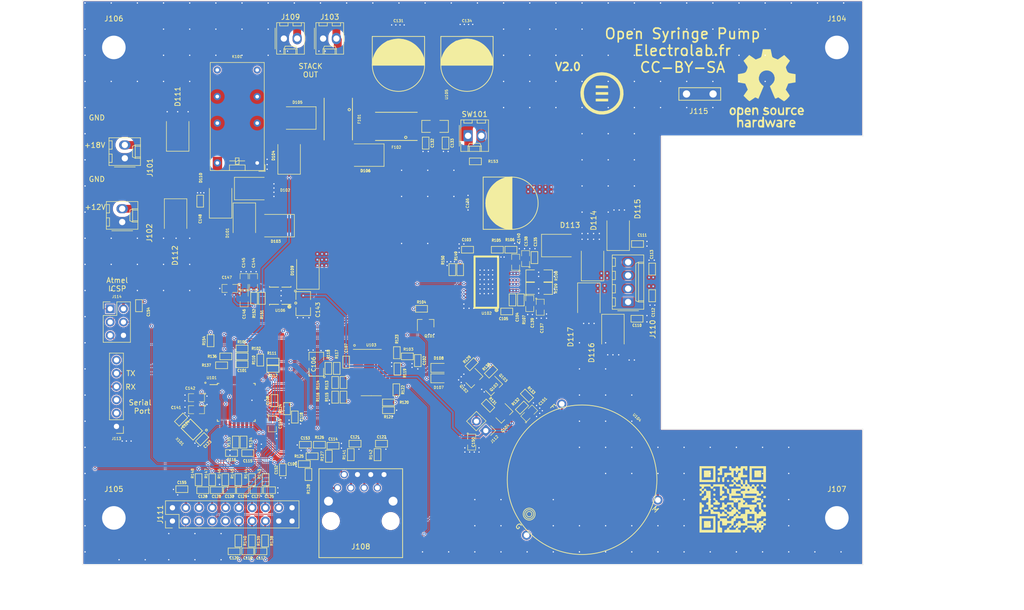
<source format=kicad_pcb>
(kicad_pcb (version 20210424) (generator pcbnew)
  (title_block (date "2020-04-15") (rev "1.5"))
  (layers (0 "F.Cu" signal) (1 "In1.Cu" signal) (2 "In2.Cu" signal) (31 "B.Cu" signal) (34 "B.Paste" user) (35 "F.Paste" user) (36 "B.SilkS" user "B.Silkscreen") (37 "F.SilkS" user "F.Silkscreen") (38 "B.Mask" user) (39 "F.Mask" user) (44 "Edge.Cuts" user))
  (net 0 "")
  (net 1 "GND")
  (net 2 "Net-(D104-Pad1)")
  (net 3 "Net-(K101-Pad9)")
  (net 4 "Net-(K101-Pad8)")
  (net 5 "PSU_VMES")
  (net 6 "+5V")
  (net 7 "Net-(C102-Pad1)")
  (net 8 "Net-(C103-Pad1)")
  (net 9 "Net-(C104-Pad2)")
  (net 10 "+VSW")
  (net 11 "Net-(C105-Pad2)")
  (net 12 "Net-(C105-Pad1)")
  (net 13 "Net-(R105-Pad1)")
  (net 14 "+12V")
  (net 15 "RED_LED")
  (net 16 "LCD_4")
  (net 17 "BTN_NEXT")
  (net 18 "LCD_5")
  (net 19 "BTN_PREV")
  (net 20 "LCD_6")
  (net 21 "BTN_OK")
  (net 22 "LCD_7")
  (net 23 "LCD_RS")
  (net 24 "RESET_SW_2")
  (net 25 "LCD_E")
  (net 26 "RESET_SW_1")
  (net 27 "GREEN_LED")
  (net 28 "Net-(Q101-Pad3)")
  (net 29 "Net-(Q102-Pad3)")
  (net 30 "Net-(D107-Pad2)")
  (net 31 "Net-(Q104-Pad2)")
  (net 32 "Net-(Q104-Pad1)")
  (net 33 "MOTOR_EN")
  (net 34 "Net-(R110-Pad1)")
  (net 35 "END_SWITCH")
  (net 36 "CLUTCH_SWITCH")
  (net 37 "Net-(R113-Pad1)")
  (net 38 "Net-(R115-Pad1)")
  (net 39 "WD_ADC")
  (net 40 "WD_IO")
  (net 41 "Net-(R120-Pad1)")
  (net 42 "CPU_MOTOR_EN")
  (net 43 "Net-(R132-Pad1)")
  (net 44 "Net-(C108-Pad1)")
  (net 45 "POSITION_SENSOR_A")
  (net 46 "POSITION_SENSOR_B")
  (net 47 "~BUZZER")
  (net 48 "PRESSURE_SENSOR")
  (net 49 "MOTOR_DIR")
  (net 50 "MOTOR_STEP")
  (net 51 "Net-(U102-Pad27)")
  (net 52 "Net-(U102-Pad23)")
  (net 53 "/MOTOR_DECAY")
  (net 54 "/M_FAULT")
  (net 55 "Net-(J111-Pad13)")
  (net 56 "Net-(J111-Pad11)")
  (net 57 "Net-(J111-Pad9)")
  (net 58 "Net-(J113-Pad6)")
  (net 59 "/RX")
  (net 60 "Net-(J113-Pad2)")
  (net 61 "/TX")
  (net 62 "Net-(J113-Pad3)")
  (net 63 "/RESET")
  (net 64 "Net-(J108-Pad2)")
  (net 65 "Net-(J108-Pad1)")
  (net 66 "Net-(R134-Pad2)")
  (net 67 "Net-(R135-Pad2)")
  (net 68 "Net-(J108-Pad3)")
  (net 69 "Net-(J108-Pad7)")
  (net 70 "Net-(C123-Pad2)")
  (net 71 "Net-(C124-Pad2)")
  (net 72 "Net-(C125-Pad1)")
  (net 73 "Net-(C126-Pad1)")
  (net 74 "Net-(C127-Pad1)")
  (net 75 "Net-(C128-Pad1)")
  (net 76 "Net-(C129-Pad1)")
  (net 77 "Net-(C130-Pad1)")
  (net 78 "Net-(R151-Pad1)")
  (net 79 "Net-(U106-Pad10)")
  (net 80 "Net-(U106-Pad9)")
  (net 81 "Net-(U106-Pad8)")
  (net 82 "Net-(U106-Pad5)")
  (net 83 "/motA1")
  (net 84 "/motB1")
  (net 85 "/motA2")
  (net 86 "/motB2")
  (net 87 "/P_1")
  (net 88 "/P_2")
  (net 89 "/PIN")
  (net 90 "/RC1")
  (net 91 "/PS_1")
  (net 92 "/B_0")
  (net 93 "/P_0")
  (net 94 "/PS")
  (net 95 "/BIN")
  (net 96 "/SENB")
  (net 97 "/SENA")
  (net 98 "/RC0")
  (net 99 "Net-(J111-Pad15)")
  (footprint "Diode_SMD:D_SMB" (layer "F.Cu") (at 60.95 72.3 -90)
    (fp_text reference "D101" hide)
    (fp_text value "B2100-13-F")
  )
  (footprint "Diode_SMD:D_SMB" (layer "F.Cu") (at 62.6 66)
    (fp_text reference "D102")
    (fp_text value "B2100-13-F")
  )
  (footprint "Diode_SMD:D_SMB" (layer "F.Cu") (at 66.95 73.1 180)
    (fp_text reference "D103")
    (fp_text value "B2100-13-F")
  )
  (footprint "Diode_SMD:D_SMB" (layer "F.Cu") (at 69.5 59.7 90)
    (fp_text reference "D104")
    (fp_text value "B2100-13-F")
  )
  (footprint "Diode_SMD:D_SMB" (layer "F.Cu") (at 71.1 52.5 180)
    (fp_text reference "D105")
    (fp_text value "B2100-13-F")
  )
  (footprint "Diode_SMD:D_SMB" (layer "F.Cu") (at 84.1 59.6 180)
    (fp_text reference "D106")
    (fp_text value "B2100-13-F")
  )
  (footprint "Connector_Molex:Molex_KK-254_AE-6410-02A_1x02_P2.54mm_Vertical" (layer "F.Cu") (at 38.1 60.2 90)
    (fp_text reference "J101")
    (fp_text value "BATT 18v")
  )
  (footprint "Connector_Molex:Molex_KK-254_AE-6410-02A_1x02_P2.54mm_Vertical" (layer "F.Cu") (at 37.6 72.4 90)
    (fp_text reference "J102")
    (fp_text value "PSU 12V")
  )
  (footprint "Connector_Molex:Molex_KK-254_AE-6410-02A_1x02_P2.54mm_Vertical" (layer "F.Cu") (at 76 37.3)
    (fp_text reference "J103")
    (fp_text value "Stack OUT")
  )
  (footprint "Package_QFP:TQFP-32_7x7mm_P0.8mm" (layer "F.Cu") (at 59.4 106.9)
    (fp_text reference "U101")
    (fp_text value "ATmega328-AU")
  )
  (footprint "General_SMD:SM0603" (layer "F.Cu") (at 60.5 99.6)
    (fp_text reference "C101")
    (fp_text value "10nF" hide)
  )
  (footprint "General_SMD:SM0603" (layer "F.Cu") (at 94.1 98.9 -90)
    (fp_text reference "C102")
    (fp_text value "NC" hide)
  )
  (footprint "General_SMD:SM0603" (layer "F.Cu") (at 103.6 77.7 180)
    (fp_text reference "C103")
    (fp_text value "470nF" hide)
  )
  (footprint "General_SMD:SM0603" (layer "F.Cu") (at 112.2 87.3 -90)
    (fp_text reference "C104")
    (fp_text value "100nF" hide)
  )
  (footprint "General_SMD:SM0603" (layer "F.Cu") (at 111.1 89.5)
    (fp_text reference "C105")
    (fp_text value "10nF" hide)
  )
  (footprint "General_SMD:SM0603" (layer "F.Cu") (at 60.5 96.6)
    (fp_text reference "R101")
    (fp_text value "47k" hide)
  )
  (footprint "General_SMD:SM0603" (layer "F.Cu") (at 60.5 98.1 180)
    (fp_text reference "R102")
    (fp_text value "10k" hide)
  )
  (footprint "General_SMD:SM0603" (layer "F.Cu") (at 94.8 89)
    (fp_text reference "R104")
    (fp_text value "10k" hide)
  )
  (footprint "General_SMD:SM0603" (layer "F.Cu") (at 109.3 77.7 180)
    (fp_text reference "R105")
    (fp_text value "47k" hide)
  )
  (footprint "General_SMD:SM0603" (layer "F.Cu") (at 111.9 77.7 180)
    (fp_text reference "R106")
    (fp_text value "10k" hide)
  )
  (footprint "General_SMD:SM0603" (layer "F.Cu") (at 113.8 87.3 -90)
    (fp_text reference "R107")
    (fp_text value "1M" hide)
  )
  (footprint "General_SMD:SM1206" (layer "F.Cu") (at 117.3 82.7)
    (fp_text reference "R108")
    (fp_text value "0.1R" hide)
  )
  (footprint "General_SMD:SM1206" (layer "F.Cu") (at 117.3 85.1)
    (fp_text reference "R109")
    (fp_text value "0.1R" hide)
  )
  (footprint "General_SMD:SM0603" (layer "F.Cu") (at 80.4 99.2 90)
    (fp_text reference "C107")
    (fp_text value "100nF" hide)
  )
  (footprint "General_SMD:SM0603" (layer "F.Cu") (at 136 90.9 180)
    (fp_text reference "C110")
    (fp_text value "NC" hide)
  )
  (footprint "General_SMD:SM0603" (layer "F.Cu") (at 136.1 76.6 180)
    (fp_text reference "C111")
    (fp_text value "NC" hide)
  )
  (footprint "General_SMD:SM0603" (layer "F.Cu") (at 138.9 86.5 90)
    (fp_text reference "C112")
    (fp_text value "NC" hide)
  )
  (footprint "General_SMD:SM0603" (layer "F.Cu") (at 138.9 81.4 -90)
    (fp_text reference "C113")
    (fp_text value "NC" hide)
  )
  (footprint "Connector_PinHeader_2.54mm:PinHeader_1x02_P2.54mm_Vertical" (layer "F.Cu") (at 107.1 112.3 -135)
    (fp_text reference "J112")
    (fp_text value "BUZZ_2PATTES")
  )
  (footprint "Package_TO_SOT_SMD:SOT-23" (layer "F.Cu") (at 95.6 91.8 90)
    (fp_text reference "Q101" hide)
    (fp_text value "MMBF170")
  )
  (footprint "Package_TO_SOT_SMD:SOT-23" (layer "F.Cu") (at 104.9 102.5 -45)
    (fp_text reference "Q102" hide)
    (fp_text value "MMBF170")
  )
  (footprint "Package_TO_SOT_SMD:SOT-23" (layer "F.Cu") (at 108.661522 103.991674 -45)
    (fp_text reference "Q103")
    (fp_text value "MMBF170")
  )
  (footprint "Package_TO_SOT_SMD:SOT-23" (layer "F.Cu") (at 110.641421 109.224264 -45)
    (fp_text reference "Q104" hide)
    (fp_text value "BC817KH-40")
  )
  (footprint "General_SMD:SM0603" (layer "F.Cu") (at 64 98.8 90)
    (fp_text reference "R110")
    (fp_text value "10k" hide)
  )
  (footprint "General_SMD:SM0603" (layer "F.Cu") (at 66.4 99.1 180)
    (fp_text reference "R111")
    (fp_text value "10k" hide)
  )
  (footprint "General_SMD:SM0603" (layer "F.Cu") (at 66.4 100.5 180)
    (fp_text reference "R112")
    (fp_text value "1k" hide)
  )
  (footprint "General_SMD:SM0603" (layer "F.Cu") (at 79.9 103.1 90)
    (fp_text reference "R113")
    (fp_text value "33k" hide)
  )
  (footprint "General_SMD:SM0603" (layer "F.Cu") (at 78.3 103.1 -90)
    (fp_text reference "R114")
    (fp_text value "100k" hide)
  )
  (footprint "General_SMD:SM0603" (layer "F.Cu") (at 79.9 105.9 -90)
    (fp_text reference "R115")
    (fp_text value "100k" hide)
  )
  (footprint "General_SMD:SM0603" (layer "F.Cu") (at 78.3 105.9 90)
    (fp_text reference "R116")
    (fp_text value "33k" hide)
  )
  (footprint "General_SMD:SM0603" (layer "F.Cu") (at 78.6 100.4 -90)
    (fp_text reference "R117")
    (fp_text value "1k" hide)
  )
  (footprint "General_SMD:SM0603" (layer "F.Cu") (at 77 100.4 90)
    (fp_text reference "R118")
    (fp_text value "100k" hide)
  )
  (footprint "General_SMD:SM0603" (layer "F.Cu") (at 90.2 100.5 90)
    (fp_text reference "R119")
    (fp_text value "10k" hide)
  )
  (footprint "General_SMD:SM0603" (layer "F.Cu") (at 88.5 106.9)
    (fp_text reference "R120")
    (fp_text value "10k" hide)
  )
  (footprint "General_SMD:SM0603" (layer "F.Cu") (at 88.5 108.4 180)
    (fp_text reference "R121")
    (fp_text value "10k" hide)
  )
  (footprint "General_SMD:SM0603" (layer "F.Cu") (at 90 104.5 -90)
    (fp_text reference "R122")
    (fp_text value "10k" hide)
  )
  (footprint "General_SMD:SM0603" (layer "F.Cu") (at 90.1 97.4 90)
    (fp_text reference "R123")
    (fp_text value "10k" hide)
  )
  (footprint "General_SMD:SM0603" (layer "F.Cu") (at 104.4 99.6 45)
    (fp_text reference "R129")
    (fp_text value "10k" hide)
  )
  (footprint "General_SMD:SM0603" (layer "F.Cu") (at 108.1 101 45)
    (fp_text reference "R130")
    (fp_text value "10k" hide)
  )
  (footprint "General_SMD:SM0603" (layer "F.Cu") (at 107.530152 107.527208 -45)
    (fp_text reference "R131")
    (fp_text value "1k" hide)
  )
  (footprint "General_SMD:SM0603" (layer "F.Cu") (at 114.954773 105.618019 135)
    (fp_text reference "R133")
    (fp_text value "22k" hide)
  )
  (footprint "Package_SO:SOIC-14_3.9x8.7mm_P1.27mm" (layer "F.Cu") (at 85.2 101.2)
    (fp_text reference "U103")
    (fp_text value "LM339")
  )
  (footprint "General_SMD:SM0603" (layer "F.Cu") (at 66.7 106.55 90)
    (fp_text reference "C108")
    (fp_text value "100nF" hide)
  )
  (footprint "General_SMD:SM0603" (layer "F.Cu") (at 72.4 118.7 180)
    (fp_text reference "C109")
    (fp_text value "100nF" hide)
  )
  (footprint "General_SMD:SM0603" (layer "F.Cu") (at 77.9 115.2)
    (fp_text reference "C114")
    (fp_text value "100nF" hide)
  )
  (footprint "SSOP:HTSSOP28_PowerPad" (layer "F.Cu") (at 107.2 83.9 90)
    (fp_text reference "U102")
    (fp_text value "DRV8825" hide)
  )
  (footprint "General_SMD:SM0603" (layer "F.Cu") (at 61.6 116.6)
    (fp_text reference "C115")
    (fp_text value "NC" hide)
  )
  (footprint "General_SMD:SM0603" (layer "F.Cu") (at 58.5 116.6 180)
    (fp_text reference "C116")
    (fp_text value "NC" hide)
  )
  (footprint "General_SMD:SM0603" (layer "F.Cu") (at 64.1 135.4 180)
    (fp_text reference "C117")
    (fp_text value "100pF" hide)
  )
  (footprint "General_SMD:SM0603" (layer "F.Cu") (at 70.6 109.7 -90)
    (fp_text reference "C118")
    (fp_text value "100pF" hide)
  )
  (footprint "General_SMD:SM0603" (layer "F.Cu") (at 61.6 135.4 180)
    (fp_text reference "C119")
    (fp_text value "100pF" hide)
  )
  (footprint "General_SMD:SM0603" (layer "F.Cu") (at 59 135.4 180)
    (fp_text reference "C120")
    (fp_text value "100pF" hide)
  )
  (footprint "General_SMD:SM0603" (layer "F.Cu") (at 82.1 114.8)
    (fp_text reference "C121")
    (fp_text value "100pF" hide)
  )
  (footprint "General_SMD:SM0603" (layer "F.Cu") (at 87.162 114.8)
    (fp_text reference "C122")
    (fp_text value "100pF" hide)
  )
  (footprint "Connector_PinHeader_2.54mm:PinHeader_1x06_P2.54mm_Vertical" (layer "F.Cu") (at 36.5 111.5 180)
    (fp_text reference "J113")
    (fp_text value "FTDI_TTL-232R")
  )
  (footprint "Connector_PinHeader_2.54mm:PinHeader_2x03_P2.54mm_Vertical" (layer "F.Cu") (at 35.3 89)
    (fp_text reference "J114")
    (fp_text value "ICSP")
  )
  (footprint "General_SMD:SM0603" (layer "F.Cu") (at 77.1 117.2 90)
    (fp_text reference "R127")
    (fp_text value "470" hide)
  )
  (footprint "General_SMD:SM0603" (layer "F.Cu") (at 73.2 120.7 90)
    (fp_text reference "R128")
    (fp_text value "470" hide)
  )
  (footprint "General_SMD:SM0603" (layer "F.Cu") (at 60.8 114.5 90)
    (fp_text reference "R134")
    (fp_text value "0" hide)
  )
  (footprint "General_SMD:SM0603" (layer "F.Cu") (at 59.3 114.5 90)
    (fp_text reference "R135")
    (fp_text value "0" hide)
  )
  (footprint "General_SMD:SM0603" (layer "F.Cu") (at 57.4 98.1)
    (fp_text reference "R136")
    (fp_text value "1k" hide)
  )
  (footprint "General_SMD:SM0603" (layer "F.Cu") (at 56.6 99.8)
    (fp_text reference "R137")
    (fp_text value "1k" hide)
  )
  (footprint "General_SMD:SM0603" (layer "F.Cu") (at 64.9 133.4 -90)
    (fp_text reference "R138")
    (fp_text value "0" hide)
  )
  (footprint "General_SMD:SM0603" (layer "F.Cu") (at 62.4 133.4 -90)
    (fp_text reference "R139")
    (fp_text value "0" hide)
  )
  (footprint "General_SMD:SM0603" (layer "F.Cu") (at 59.8 133.4 -90)
    (fp_text reference "R140")
    (fp_text value "0" hide)
  )
  (footprint "General_SMD:SM0603" (layer "F.Cu") (at 81.3 116.9 90)
    (fp_text reference "R141")
    (fp_text value "470" hide)
  )
  (footprint "General_SMD:SM0603" (layer "F.Cu") (at 86.4 116.9 90)
    (fp_text reference "R142")
    (fp_text value "470" hide)
  )
  (footprint "Xtal_SMD:xtal_3.2x2.5" (layer "F.Cu") (at 50.9 112.1 135)
    (fp_text reference "X101")
    (fp_text value "16MHz" hide)
  )
  (footprint "General_SMD:SM0603" (layer "F.Cu") (at 52.879899 113.938478 45)
    (fp_text reference "C123")
    (fp_text value "10pF" hide)
  )
  (footprint "General_SMD:SM0603" (layer "F.Cu") (at 48.84939 110.190812 -135)
    (fp_text reference "C124")
    (fp_text value "10pF" hide)
  )
  (footprint "General_SMD:SM0603" (layer "F.Cu") (at 65.738 123.7)
    (fp_text reference "C125")
    (fp_text value "100pF" hide)
  )
  (footprint "General_SMD:SM0603" (layer "F.Cu") (at 53 123.7)
    (fp_text reference "C126")
    (fp_text value "100pF" hide)
  )
  (footprint "General_SMD:SM0603" (layer "F.Cu") (at 63.2 123.7)
    (fp_text reference "C127")
    (fp_text value "100pF" hide)
  )
  (footprint "General_SMD:SM0603" (layer "F.Cu") (at 55.6 123.7)
    (fp_text reference "C128")
    (fp_text value "100pF" hide)
  )
  (footprint "General_SMD:SM0603" (layer "F.Cu") (at 60.6 123.7)
    (fp_text reference "C129")
    (fp_text value "100pF" hide)
  )
  (footprint "General_SMD:SM0603" (layer "F.Cu") (at 58.1 123.7)
    (fp_text reference "C130")
    (fp_text value "100pF" hide)
  )
  (footprint "General_SMD:SM0603" (layer "F.Cu") (at 65 121.7 -90)
    (fp_text reference "R143")
    (fp_text value "0" hide)
  )
  (footprint "General_SMD:SM0603" (layer "F.Cu") (at 62.4 121.7 -90)
    (fp_text reference "R144")
    (fp_text value "0" hide)
  )
  (footprint "General_SMD:SM0603" (layer "F.Cu") (at 59.8 121.7 -90)
    (fp_text reference "R145")
    (fp_text value "0" hide)
  )
  (footprint "General_SMD:SM0603" (layer "F.Cu") (at 57.3 121.7 -90)
    (fp_text reference "R146")
    (fp_text value "0" hide)
  )
  (footprint "General_SMD:SM0603" (layer "F.Cu") (at 54.8 121.7 -90)
    (fp_text reference "R147")
    (fp_text value "0" hide)
  )
  (footprint "General_SMD:SM0603" (layer "F.Cu") (at 52.2 121.7 -90)
    (fp_text reference "R148")
    (fp_text value "0" hide)
  )
  (footprint "kpeg132:kpeg132" (layer "F.Cu") (at 125.5 121.7 135)
    (fp_text reference "U104")
    (fp_text value "kpeg132")
  )
  (footprint "Panasonic:SMD_ECAP_G_R10" (layer "F.Cu") (at 90.4 42.4)
    (fp_text reference "C131")
    (fp_text value "470uF" hide)
  )
  (footprint "General_SMD:SM0603" (layer "F.Cu") (at 95.6 57.3 -90)
    (fp_text reference "C132")
    (fp_text value "100nF" hide)
  )
  (footprint "General_SMD:SM0603" (layer "F.Cu") (at 99.4 57.3 -90)
    (fp_text reference "C133")
    (fp_text value "100nF" hide)
  )
  (footprint "Panasonic:SMD_ECAP_G_R10" (layer "F.Cu") (at 103.5 42.4)
    (fp_text reference "C134")
    (fp_text value "470uF" hide)
  )
  (footprint "General_SMD:SM0603" (layer "F.Cu") (at 116.4 79.2 90)
    (fp_text reference "C135")
    (fp_text value "100nF" hide)
  )
  (footprint "Panasonic:SMD_ECAP_G_R10" (layer "F.Cu") (at 112.1 68.8 90)
    (fp_text reference "C136")
    (fp_text value "470uF" hide)
  )
  (footprint "General_SMD:SM0805" (layer "F.Cu") (at 117.5 88.7 -90)
    (fp_text reference "C137")
    (fp_text value "4.7uF" hide)
  )
  (footprint "General_SMD:SM0805" (layer "F.Cu") (at 114.7 79.4 90)
    (fp_text reference "C138")
    (fp_text value "4.7uF" hide)
  )
  (footprint "General_SMD:SM0805" (layer "F.Cu") (at 115.5 88 -90)
    (fp_text reference "C139")
    (fp_text value "1uF" hide)
  )
  (footprint "General_SMD:SM0805" (layer "F.Cu") (at 112.8 80.1 90)
    (fp_text reference "C140")
    (fp_text value "1uF" hide)
  )
  (footprint "General_SMD:SM0603" (layer "F.Cu") (at 69.1 108.1 90)
    (fp_text reference "R124")
    (fp_text value "10k" hide)
  )
  (footprint "General_SMD:SM0603" (layer "F.Cu") (at 73.9 117.2)
    (fp_text reference "R125")
    (fp_text value "10k" hide)
  )
  (footprint "General_SMD:SM0603" (layer "F.Cu") (at 75.3 115 180)
    (fp_text reference "R126")
    (fp_text value "10k" hide)
  )
  (footprint "General_SMD:SM1206" (layer "F.Cu") (at 97.4 54.1)
    (fp_text reference "U105")
    (fp_text value "BLM31KN471SN1L" hide)
  )
  (footprint "MountingHole:MountingHole_4.5mm_Pad" (layer "F.Cu") (at 174.2 39)
    (fp_text reference "J104")
    (fp_text value "Conn_01x01")
  )
  (footprint "MountingHole:MountingHole_4.5mm_Pad" (layer "F.Cu") (at 36 129)
    (fp_text reference "J105")
    (fp_text value "Conn_01x01")
  )
  (footprint "MountingHole:MountingHole_4.5mm_Pad" (layer "F.Cu") (at 36 39)
    (fp_text reference "J106")
    (fp_text value "Conn_01x01")
  )
  (footprint "MountingHole:MountingHole_4.5mm_Pad" (layer "F.Cu") (at 174.2 129)
    (fp_text reference "J107")
    (fp_text value "Conn_01x01")
  )
  (footprint "General_SMD:SM0805" (layer "F.Cu") (at 51.8 108.3 180)
    (fp_text reference "C141")
    (fp_text value "4.7uF" hide)
  )
  (footprint "General_SMD:SM0805" (layer "F.Cu") (at 51.8 106 180)
    (fp_text reference "C142")
    (fp_text value "4.7uF" hide)
  )
  (footprint "General_SMD:SM0603" (layer "F.Cu") (at 102.2 81.5 -90)
    (fp_text reference "R149")
    (fp_text value "10k" hide)
  )
  (footprint "General_SMD:SM0603" (layer "F.Cu") (at 100.7 81.5 90)
    (fp_text reference "R150")
    (fp_text value "10k" hide)
  )
  (footprint "General_SMD:SM1210" (layer "F.Cu") (at 74.7 99.6 90)
    (fp_text reference "C106")
    (fp_text value "100uF" hide)
  )
  (footprint "Diode_SMD:D_SOD-323" (layer "F.Cu") (at 98.1 102.3)
    (fp_text reference "D107")
    (fp_text value "BAS316")
  )
  (footprint "Diode_SMD:D_SOD-323" (layer "F.Cu") (at 98.1 100.3)
    (fp_text reference "D108")
    (fp_text value "BAS316")
  )
  (footprint "General_SMD:SM1210" (layer "F.Cu") (at 72.200001 88.000001 -90)
    (fp_text reference "C143")
    (fp_text value "10uF" hide)
  )
  (footprint "General_SMD:SM0805" (layer "F.Cu") (at 62.700001 83.800001 90)
    (fp_text reference "C144")
    (fp_text value "4.7uF" hide)
  )
  (footprint "General_SMD:SM0805" (layer "F.Cu") (at 60.899999 83.800001 90)
    (fp_text reference "C145")
    (fp_text value "4.7uF" hide)
  )
  (footprint "General_SMD:SM0805" (layer "F.Cu") (at 60.9 87.1 -90)
    (fp_text reference "C146")
    (fp_text value "4.7uF" hide)
  )
  (footprint "General_SMD:SM0805" (layer "F.Cu") (at 58.2 85.1 180)
    (fp_text reference "C147")
    (fp_text value "4.7uF" hide)
  )
  (footprint "General_SMD:SM0603" (layer "F.Cu") (at 64.299999 87 -90)
    (fp_text reference "R151")
    (fp_text value "25.5k" hide)
  )
  (footprint "General_SMD:SM0603" (layer "F.Cu") (at 62.8 87 -90)
    (fp_text reference "R152")
    (fp_text value "102k" hide)
  )
  (footprint "General_SMD:SM0603" (layer "F.Cu") (at 52.5 68.4 90)
    (fp_text reference "C148")
    (fp_text value "100pF" hide)
  )
  (footprint "Diode_SMD:D_SMB" (layer "F.Cu") (at 73.1 81.7 90)
    (fp_text reference "D109")
    (fp_text value "B2100-13-F")
  )
  (footprint "polyfuse:2920L" (layer "F.Cu") (at 78.9 52.7 -90)
    (fp_text reference "F101")
    (fp_text value "2920L200/24DR")
  )
  (footprint "polyfuse:2920L" (layer "F.Cu") (at 90 54.1 180)
    (fp_text reference "F102")
    (fp_text value "2920L200/24DR")
  )
  (footprint "General_SMD:SM0603" (layer "F.Cu") (at 92.1 98.1 180)
    (fp_text reference "R103")
    (fp_text value "0" hide)
  )
  (footprint "Connector_Molex:Molex_KK-254_AE-6410-02A_1x02_P2.54mm_Vertical" (layer "F.Cu") (at 103.7 55.9)
    (fp_text reference "SW101")
    (fp_text value "POWER Switch")
  )
  (footprint "LMZM23601:QFN-0x5_EP_3.8x3_Pitch0.6mm" (layer "F.Cu") (at 67.8 86.5 180)
    (fp_text reference "U106")
    (fp_text value "LMZM23601")
  )
  (footprint "Relay_THT:Relay_DPDT_Omron_G5V-2" (layer "F.Cu") (at 63.4 61.1 180)
    (fp_text reference "K101")
    (fp_text value "G5V-2")
  )
  (footprint "General_SMD:SM0805" (layer "F.Cu") (at 66.3 111 -90)
    (fp_text reference "C149")
    (fp_text value "4.7uF" hide)
  )
  (footprint "General_SMD:SM0603" (layer "F.Cu") (at 114 107.9 -135)
    (fp_text reference "R132")
    (fp_text value "100k" hide)
  )
  (footprint "General_SMD:SM0805" (layer "F.Cu") (at 104.4 114.5 -90)
    (fp_text reference "C150")
    (fp_text value "4.7uF" hide)
  )
  (footprint "General_SMD:SM0805" (layer "F.Cu") (at 115.4 109 45)
    (fp_text reference "C151")
    (fp_text value "4.7uF" hide)
  )
  (footprint "logo:logo" (layer "F.Cu") (at 160.8 46.8)
    (fp_text reference "G***" hide)
    (fp_text value "LOGO" hide)
  )
  (footprint "logo:electrologo" (layer "F.Cu") (at 129.3 47.8)
    (fp_text reference "G***" hide)
    (fp_text value "LOGO" hide)
  )
  (footprint "General_SMD:SM0603" (layer "F.Cu") (at 68.3 119.8 90)
    (fp_text reference "C152")
    (fp_text value "10nF" hide)
  )
  (footprint "General_SMD:SM0603" (layer "F.Cu") (at 40.8 88.4 90)
    (fp_text reference "C154")
    (fp_text value "10nF" hide)
  )
  (footprint "General_SMD:SM0603" (layer "F.Cu") (at 49 123.5)
    (fp_text reference "C155")
    (fp_text value "10nF" hide)
  )
  (footprint "General_SMD:SM0603" (layer "F.Cu") (at 72.6 115)
    (fp_text reference "C153")
    (fp_text value "10nF" hide)
  )
  (footprint "General_SMD:SM0603" (layer "F.Cu") (at 105.1 60.8 180)
    (fp_text reference "R153")
    (fp_text value "NC" hide)
  )
  (footprint "General_SMD:SM0603" (layer "F.Cu") (at 54.5 95.1 90)
    (fp_text reference "R154")
    (fp_text value "1k" hide)
  )
  (footprint "logo:qrcode" (layer "F.Cu") (at 154.3 125.45)
    (fp_text reference "G***" hide)
    (fp_text value "LOGO" hide)
  )
  (footprint "Diode_SMD:D_SMB" (layer "F.Cu") (at 56.4 68.1 90)
    (fp_text reference "D110")
    (fp_text value "1SMB5917BT3G")
  )
  (footprint "Diode_SMD:D_SMB" (layer "F.Cu") (at 48.2 55.3 90)
    (fp_text reference "D111")
    (fp_text value "P6SMB27CA-Q ")
  )
  (footprint "Diode_SMD:D_SMB" (layer "F.Cu") (at 47.8 71.5 -90)
    (fp_text reference "D112")
    (fp_text value "P6SMB27CA-Q ")
  )
  (footprint "Diode_SMD:D_SMB" (layer "F.Cu") (at 121.3 76.9)
    (fp_text reference "D113")
    (fp_text value "P6SMB27CA-Q ")
  )
  (footprint "Diode_SMD:D_SMB" (layer "F.Cu") (at 127.5 80.1 90)
    (fp_text reference "D114")
    (fp_text value "P6SMB27CA-Q ")
  )
  (footprint "Diode_SMD:D_SMB" (layer "F.Cu") (at 132.4 74.3 90)
    (fp_text reference "D115")
    (fp_text value "P6SMB27CA-Q ")
  )
  (footprint "Diode_SMD:D_SMB" (layer "F.Cu") (at 131.4 93.6 -90)
    (fp_text reference "D116")
    (fp_text value "P6SMB27CA-Q ")
  )
  (footprint "Diode_SMD:D_SMB" (layer "F.Cu") (at 126.8 87.6 -90)
    (fp_text reference "D117")
    (fp_text value "P6SMB27CA-Q ")
  )
  (footprint "Connector_Molex:Molex_KK-254_AE-6410-02A_1x02_P2.54mm_Vertical" (layer "F.Cu") (at 68.5 37.3)
    (fp_text reference "J109")
    (fp_text value "Stack OUT")
  )
  (footprint "Connector_Molex:Molex_KK-254_AE-6410-04A_1x04_P2.54mm_Vertical" (layer "F.Cu") (at 134.3 87.7 90)
    (fp_text reference "J110")
    (fp_text value "Conn_01x04")
  )
  (footprint "Connector_PinHeader_2.54mm:PinHeader_2x10_P2.54mm_Vertical" (layer "F.Cu") (at 47.2 129.6 90)
    (fp_text reference "J111")
    (fp_text value "UI Board Connector")
  )
  (footprint "95552-2887:95552-2887" (layer "F.Cu") (at 83.2 129.6)
    (fp_text reference "J108")
    (fp_text value "RJ45_Shielded")
  )
  (footprint "AMP_TE:0-0726388-2" (layer "F.Cu") (at 148 47.9)
    (fp_text reference "J115")
    (fp_text value "PCB Faston")
  )
  (gr_circle (center 109.15 89.25) (end 109.2 89.35) (layer "F.SilkS") (width 0.12) (fill none))
  (gr_circle (center 69.55 88.6) (end 69.75 88.85) (layer "F.SilkS") (width 0.12) (fill none))
  (gr_circle (center 109.15 89.25) (end 109.3 89.4) (layer "F.SilkS") (width 0.12) (fill none))
  (gr_circle (center 53.5 103.15) (end 53.6 103.25) (layer "F.SilkS") (width 0.12) (fill none))
  (gr_circle (center 109.15 89.25) (end 109.35 89.5) (layer "F.SilkS") (width 0.12) (fill none))
  (gr_circle (center 69.55 88.6) (end 69.7 88.75) (layer "F.SilkS") (width 0.12) (fill none))
  (gr_circle (center 82 96) (end 82.15 96.1) (layer "F.SilkS") (width 0.12) (fill none))
  (gr_circle (center 69.55 88.6) (end 69.6 88.7) (layer "F.SilkS") (width 0.12) (fill none))
  (gr_line (start 30 138) (end 30 30) (layer "Edge.Cuts") (width 0.05))
  (gr_line (start 179.2 56) (end 140.7 56) (layer "Edge.Cuts") (width 0.05))
  (gr_line (start 179.2 138) (end 30 138) (layer "Edge.Cuts") (width 0.05))
  (gr_line (start 140.7 112) (end 179.2 112) (layer "Edge.Cuts") (width 0.05))
  (gr_line (start 140.7 56) (end 140.7 112) (layer "Edge.Cuts") (width 0.05))
  (gr_line (start 179.2 30) (end 179.2 56) (layer "Edge.Cuts") (width 0.05))
  (gr_line (start 179.2 112) (end 179.2 138) (layer "Edge.Cuts") (width 0.05))
  (gr_line (start 30 30) (end 179.2 30) (layer "Edge.Cuts") (width 0.05))
  (gr_text "+18V" (at 32.35 57.7) (layer "F.SilkS") (effects (font (size 1 1))))
  (gr_text "TX" (at 39.25 101.35) (layer "F.SilkS") (effects (font (size 1 1))))
  (gr_text "GND" (at 32.75 52.45) (layer "F.SilkS") (effects (font (size 1 1))))
  (gr_text "Atmel\nICSP" (at 36.65 84.35) (layer "F.SilkS") (effects (font (size 1 1))))
  (gr_text "V2.0" (at 122.8 42.7) (layer "F.SilkS") (effects (font (size 1.5 1.5) (thickness 0.3))))
  (gr_text "+12V" (at 32.45 69.55) (layer "F.SilkS") (effects (font (size 1 1))))
  (gr_text "Serial \nPort" (at 41.4 107.75) (layer "F.SilkS") (effects (font (size 1 1))))
  (gr_text "Open Syringe Pump\nElectrolab.fr\nCC-BY-SA" (at 144.7 39.6) (layer "F.SilkS") (effects (font (size 2 2) (thickness 0.3))))
  (gr_text "GND" (at 32.75 64.2) (layer "F.SilkS") (effects (font (size 1 1))))
  (gr_text "STACK\nOUT" (at 73.6 43.4) (layer "F.SilkS") (effects (font (size 1 1))))
  (gr_text "RX" (at 39.2 103.95) (layer "F.SilkS") (effects (font (size 1 1))))
  (via (at 106.8 81.6) (size 0.6) (drill 0.25) (layers "F.Cu" "B.Cu") (net 1))
  (via (at 107.6 81.6) (size 0.6) (drill 0.25) (layers "F.Cu" "B.Cu") (net 1))
  (via (at 108.4 81.6) (size 0.6) (drill 0.25) (layers "F.Cu" "B.Cu") (net 1))
  (via (at 106 82.5) (size 0.6) (drill 0.25) (layers "F.Cu" "B.Cu") (net 1))
  (via (at 106.8 82.5) (size 0.6) (drill 0.25) (layers "F.Cu" "B.Cu") (net 1))
  (via (at 107.6 82.5) (size 0.6) (drill 0.25) (layers "F.Cu" "B.Cu") (net 1))
  (via (at 108.4 82.5) (size 0.6) (drill 0.25) (layers "F.Cu" "B.Cu") (net 1))
  (via (at 106 83.4) (size 0.6) (drill 0.25) (layers "F.Cu" "B.Cu") (net 1))
  (via (at 106.8 83.4) (size 0.6) (drill 0.25) (layers "F.Cu" "B.Cu") (net 1))
  (via (at 107.6 83.4) (size 0.6) (drill 0.25) (layers "F.Cu" "B.Cu") (net 1))
  (via (at 108.4 83.4) (size 0.6) (drill 0.25) (layers "F.Cu" "B.Cu") (net 1))
  (via (at 106 84.3) (size 0.6) (drill 0.25) (layers "F.Cu" "B.Cu") (net 1))
  (via (at 106.8 84.3) (size 0.6) (drill 0.25) (layers "F.Cu" "B.Cu") (net 1))
  (via (at 107.6 84.3) (size 0.6) (drill 0.25) (layers "F.Cu" "B.Cu") (net 1))
  (via (at 108.4 84.3) (size 0.6) (drill 0.25) (layers "F.Cu" "B.Cu") (net 1))
  (via (at 106 85.2) (size 0.6) (drill 0.25) (layers "F.Cu" "B.Cu") (net 1))
  (via (at 106.8 85.2) (size 0.6) (drill 0.25) (layers "F.Cu" "B.Cu") (net 1))
  (via (at 107.6 85.2) (size 0.6) (drill 0.25) (layers "F.Cu" "B.Cu") (net 1))
  (via (at 108.4 85.2) (size 0.6) (drill 0.25) (layers "F.Cu" "B.Cu") (net 1))
  (via (at 106 86.1) (size 0.6) (drill 0.25) (layers "F.Cu" "B.Cu") (net 1))
  (via (at 106.8 86.1) (size 0.6) (drill 0.25) (layers "F.Cu" "B.Cu") (net 1))
  (via (at 107.6 86.1) (size 0.6) (drill 0.25) (layers "F.Cu" "B.Cu") (net 1))
  (via (at 108.4 86.1) (size 0.6) (drill 0.25) (layers "F.Cu" "B.Cu") (net 1))
  (via (at 35.5 30.5) (size 0.6) (drill 0.25) (layers "F.Cu" "B.Cu") (net 1))
  (via (at 40.5 30.5) (size 0.6) (drill 0.25) (layers "F.Cu" "B.Cu") (net 1))
  (via (at 45.5 30.5) (size 0.6) (drill 0.25) (layers "F.Cu" "B.Cu") (net 1))
  (via (at 50.5 30.5) (size 0.6) (drill 0.25) (layers "F.Cu" "B.Cu") (net 1))
  (via (at 55.5 30.5) (size 0.6) (drill 0.25) (layers "F.Cu" "B.Cu") (net 1))
  (via (at 60.5 30.5) (size 0.6) (drill 0.25) (layers "F.Cu" "B.Cu") (net 1))
  (via (at 65.5 30.5) (size 0.6) (drill 0.25) (layers "F.Cu" "B.Cu") (net 1))
  (via (at 70.5 30.5) (size 0.6) (drill 0.25) (layers "F.Cu" "B.Cu") (net 1))
  (via (at 75.5 30.5) (size 0.6) (drill 0.25) (layers "F.Cu" "B.Cu") (net 1))
  (via (at 80.5 30.5) (size 0.6) (drill 0.25) (layers "F.Cu" "B.Cu") (net 1))
  (via (at 85.5 30.5) (size 0.6) (drill 0.25) (layers "F.Cu" "B.Cu") (net 1))
  (via (at 90.5 30.5) (size 0.6) (drill 0.25) (layers "F.Cu" "B.Cu") (net 1))
  (via (at 95.5 30.5) (size 0.6) (drill 0.25) (layers "F.Cu" "B.Cu") (net 1))
  (via (at 100.5 30.5) (size 0.6) (drill 0.25) (layers "F.Cu" "B.Cu") (net 1))
  (via (at 105.5 30.5) (size 0.6) (drill 0.25) (layers "F.Cu" "B.Cu") (net 1))
  (via (at 110.5 30.5) (size 0.6) (drill 0.25) (layers "F.Cu" "B.Cu") (net 1))
  (via (at 115.5 30.5) (size 0.6) (drill 0.25) (layers "F.Cu" "B.Cu") (net 1))
  (via (at 120.5 30.5) (size 0.6) (drill 0.25) (layers "F.Cu" "B.Cu") (net 1))
  (via (at 125.5 30.5) (size 0.6) (drill 0.25) (layers "F.Cu" "B.Cu") (net 1))
  (via (at 130.5 30.5) (size 0.6) (drill 0.25) (layers "F.Cu" "B.Cu") (net 1))
  (via (at 135.5 30.5) (size 0.6) (drill 0.25) (layers "F.Cu" "B.Cu") (net 1))
  (via (at 140.5 30.5) (size 0.6) (drill 0.25) (layers "F.Cu" "B.Cu") (net 1))
  (via (at 145.5 30.5) (size 0.6) (drill 0.25) (layers "F.Cu" "B.Cu") (net 1))
  (via (at 150.5 30.5) (size 0.6) (drill 0.25) (layers "F.Cu" "B.Cu") (net 1))
  (via (at 155.5 30.5) (size 0.6) (drill 0.25) (layers "F.Cu" "B.Cu") (net 1))
  (via (at 160.5 30.5) (size 0.6) (drill 0.25) (layers "F.Cu" "B.Cu") (net 1))
  (via (at 165.5 30.5) (size 0.6) (drill 0.25) (layers "F.Cu" "B.Cu") (net 1))
  (via (at 170.5 30.5) (size 0.6) (drill 0.25) (layers "F.Cu" "B.Cu") (net 1))
  (via (at 175.5 30.5) (size 0.6) (drill 0.25) (layers "F.Cu" "B.Cu") (net 1))
  (via (at 30.5 35.5) (size 0.6) (drill 0.25) (layers "F.Cu" "B.Cu") (net 1))
  (via (at 30.5 40.5) (size 0.6) (drill 0.25) (layers "F.Cu" "B.Cu") (net 1))
  (via (at 30.5 45.5) (size 0.6) (drill 0.25) (layers "F.Cu" "B.Cu") (net 1))
  (via (at 30.5 50.5) (size 0.6) (drill 0.25) (layers "F.Cu" "B.Cu") (net 1))
  (via (at 30.5 55.5) (size 0.6) (drill 0.25) (layers "F.Cu" "B.Cu") (net 1))
  (via (at 30.5 60.5) (size 0.6) (drill 0.25) (layers "F.Cu" "B.Cu") (net 1))
  (via (at 30.5 65.5) (size 0.6) (drill 0.25) (layers "F.Cu" "B.Cu") (net 1))
  (via (at 30.5 70.5) (size 0.6) (drill 0.25) (layers "F.Cu" "B.Cu") (net 1))
  (via (at 30.5 75.5) (size 0.6) (drill 0.25) (layers "F.Cu" "B.Cu") (net 1))
  (via (at 30.5 80.5) (size 0.6) (drill 0.25) (layers "F.Cu" "B.Cu") (net 1))
  (via (at 30.5 85.5) (size 0.6) (drill 0.25) (layers "F.Cu" "B.Cu") (net 1))
  (via (at 30.5 90.5) (size 0.6) (drill 0.25) (layers "F.Cu" "B.Cu") (net 1))
  (via (at 30.5 95.5) (size 0.6) (drill 0.25) (layers "F.Cu" "B.Cu") (net 1))
  (via (at 30.5 100.5) (size 0.6) (drill 0.25) (layers "F.Cu" "B.Cu") (net 1))
  (via (at 30.5 105.5) (size 0.6) (drill 0.25) (layers "F.Cu" "B.Cu") (net 1))
  (via (at 30.5 110.5) (size 0.6) (drill 0.25) (layers "F.Cu" "B.Cu") (net 1))
  (via (at 30.5 115.5) (size 0.6) (drill 0.25) (layers "F.Cu" "B.Cu") (net 1))
  (via (at 30.5 120.5) (size 0.6) (drill 0.25) (layers "F.Cu" "B.Cu") (net 1))
  (via (at 30.5 125.5) (size 0.6) (drill 0.25) (layers "F.Cu" "B.Cu") (net 1))
  (via (at 30.5 130.5) (size 0.6) (drill 0.25) (layers "F.Cu" "B.Cu") (net 1))
  (via (at 30.5 135.5) (size 0.6) (drill 0.25) (layers "F.Cu" "B.Cu") (net 1))
  (via (at 35.5 75.5) (size 0.6) (drill 0.25) (layers "F.Cu" "B.Cu") (net 1))
  (via (at 40.5 75.5) (size 0.6) (drill 0.25) (layers "F.Cu" "B.Cu") (net 1))
  (via (at 45.5 75.5) (size 0.6) (drill 0.25) (layers "F.Cu" "B.Cu") (net 1))
  (via (at 50.5 75.5) (size 0.6) (drill 0.25) (layers "F.Cu" "B.Cu") (net 1))
  (via (at 35.5 80.5) (size 0.6) (drill 0.25) (layers "F.Cu" "B.Cu") (net 1))
  (via (at 40.5 80.5) (size 0.6) (drill 0.25) (layers "F.Cu" "B.Cu") (net 1))
  (via (at 45.5 80.5) (size 0.6) (drill 0.25) (layers "F.Cu" "B.Cu") (net 1))
  (via (at 50.5 80.5) (size 0.6) (drill 0.25) (layers "F.Cu" "B.Cu") (net 1))
  (via (at 60.5 35.5) (size 0.6) (drill 0.25) (layers "F.Cu" "B.Cu") (net 1))
  (via (at 60.5 40.5) (size 0.6) (drill 0.25) (layers "F.Cu" "B.Cu") (net 1))
  (via (at 50.5 35.5) (size 0.6) (drill 0.25) (layers "F.Cu" "B.Cu") (net 1))
  (via (at 50.5 40.5) (size 0.6) (drill 0.25) (layers "F.Cu" "B.Cu") (net 1))
  (via (at 45.5 35.5) (size 0.6) (drill 0.25) (layers "F.Cu" "B.Cu") (net 1))
  (via (at 45.5 40.5) (size 0.6) (drill 0.25) (layers "F.Cu" "B.Cu") (net 1))
  (via (at 65.5 35.5) (size 0.6) (drill 0.25) (layers "F.Cu" "B.Cu") (net 1))
  (via (at 65.5 40.5) (size 0.6) (drill 0.25) (layers "F.Cu" "B.Cu") (net 1))
  (via (at 55.5 35.5) (size 0.6) (drill 0.25) (layers "F.Cu" "B.Cu") (net 1))
  (via (at 55.5 40.5) (size 0.6) (drill 0.25) (layers "F.Cu" "B.Cu") (net 1))
  (via (at 35.5 45.5) (size 0.6) (drill 0.25) (layers "F.Cu" "B.Cu") (net 1))
  (via (at 40.5 45.5) (size 0.6) (drill 0.25) (layers "F.Cu" "B.Cu") (net 1))
  (via (at 45.5 45.5) (size 0.6) (drill 0.25) (layers "F.Cu" "B.Cu") (net 1))
  (via (at 50.5 45.5) (size 0.6) (drill 0.25) (layers "F.Cu" "B.Cu") (net 1))
  (via (at 35.5 85.5) (size 0.6) (drill 0.25) (layers "F.Cu" "B.Cu") (net 1))
  (via (at 40.5 85.5) (size 0.6) (drill 0.25) (layers "F.Cu" "B.Cu") (net 1))
  (via (at 45.5 85.5) (size 0.6) (drill 0.25) (layers "F.Cu" "B.Cu") (net 1))
  (via (at 50.5 85.5) (size 0.6) (drill 0.25) (layers "F.Cu" "B.Cu") (net 1))
  (via (at 110.5 35.5) (size 0.6) (drill 0.25) (layers "F.Cu" "B.Cu") (net 1))
  (via (at 110.5 40.5) (size 0.6) (drill 0.25) (layers "F.Cu" "B.Cu") (net 1))
  (via (at 110.5 45.5) (size 0.6) (drill 0.25) (layers "F.Cu" "B.Cu") (net 1))
  (via (at 110.5 50.5) (size 0.6) (drill 0.25) (layers "F.Cu" "B.Cu") (net 1))
  (via (at 115.5 45.5) (size 0.6) (drill 0.25) (layers "F.Cu" "B.Cu") (net 1))
  (via (at 120.5 45.5) (size 0.6) (drill 0.25) (layers "F.Cu" "B.Cu") (net 1))
  (via (at 125.5 45.5) (size 0.6) (drill 0.25) (layers "F.Cu" "B.Cu") (net 1))
  (via (at 130.5 45.5) (size 0.6) (drill 0.25) (layers "F.Cu" "B.Cu") (net 1))
  (via (at 135.5 45.5) (size 0.6) (drill 0.25) (layers "F.Cu" "B.Cu") (net 1))
  (via (at 140.5 45.5) (size 0.6) (drill 0.25) (layers "F.Cu" "B.Cu") (net 1))
  (via (at 145.5 45.5) (size 0.6) (drill 0.25) (layers "F.Cu" "B.Cu") (net 1))
  (via (at 150.5 45.5) (size 0.6) (drill 0.25) (layers "F.Cu" "B.Cu") (net 1))
  (via (at 155.5 45.5) (size 0.6) (drill 0.25) (layers "F.Cu" "B.Cu") (net 1))
  (via (at 160.5 45.5) (size 0.6) (drill 0.25) (layers "F.Cu" "B.Cu") (net 1))
  (via (at 115.5 50.5) (size 0.6) (drill 0.25) (layers "F.Cu" "B.Cu") (net 1))
  (via (at 120.5 50.5) (size 0.6) (drill 0.25) (layers "F.Cu" "B.Cu") (net 1))
  (via (at 125.5 50.5) (size 0.6) (drill 0.25) (layers "F.Cu" "B.Cu") (net 1))
  (via (at 130.5 50.5) (size 0.6) (drill 0.25) (layers "F.Cu" "B.Cu") (net 1))
  (via (at 135.5 50.5) (size 0.6) (drill 0.25) (layers "F.Cu" "B.Cu") (net 1))
  (via (at 140.5 50.5) (size 0.6) (drill 0.25) (layers "F.Cu" "B.Cu") (net 1))
  (via (at 145.5 50.5) (size 0.6) (drill 0.25) (layers "F.Cu" "B.Cu") (net 1))
  (via (at 150.5 50.5) (size 0.6) (drill 0.25) (layers "F.Cu" "B.Cu") (net 1))
  (via (at 155.5 50.5) (size 0.6) (drill 0.25) (layers "F.Cu" "B.Cu") (net 1))
  (via (at 160.5 50.5) (size 0.6) (drill 0.25) (layers "F.Cu" "B.Cu") (net 1))
  (via (at 115.5 40.5) (size 0.6) (drill 0.25) (layers "F.Cu" "B.Cu") (net 1))
  (via (at 120.5 40.5) (size 0.6) (drill 0.25) (layers "F.Cu" "B.Cu") (net 1))
  (via (at 125.5 40.5) (size 0.6) (drill 0.25) (layers "F.Cu" "B.Cu") (net 1))
  (via (at 130.5 40.5) (size 0.6) (drill 0.25) (layers "F.Cu" "B.Cu") (net 1))
  (via (at 135.5 40.5) (size 0.6) (drill 0.25) (layers "F.Cu" "B.Cu") (net 1))
  (via (at 140.5 40.5) (size 0.6) (drill 0.25) (layers "F.Cu" "B.Cu") (net 1))
  (via (at 145.5 40.5) (size 0.6) (drill 0.25) (layers "F.Cu" "B.Cu") (net 1))
  (via (at 150.5 40.5) (size 0.6) (drill 0.25) (layers "F.Cu" "B.Cu") (net 1))
  (via (at 155.5 40.5) (size 0.6) (drill 0.25) (layers "F.Cu" "B.Cu") (net 1))
  (via (at 160.5 40.5) (size 0.6) (drill 0.25) (layers "F.Cu" "B.Cu") (net 1))
  (via (at 115.5 35.5) (size 0.6) (drill 0.25) (layers "F.Cu" "B.Cu") (net 1))
  (via (at 120.5 35.5) (size 0.6) (drill 0.25) (layers "F.Cu" "B.Cu") (net 1))
  (via (at 125.5 35.5) (size 0.6) (drill 0.25) (layers "F.Cu" "B.Cu") (net 1))
  (via (at 130.5 35.5) (size 0.6) (drill 0.25) (layers "F.Cu" "B.Cu") (net 1))
  (via (at 135.5 35.5) (size 0.6) (drill 0.25) (layers "F.Cu" "B.Cu") (net 1))
  (via (at 140.5 35.5) (size 0.6) (drill 0.25) (layers "F.Cu" "B.Cu") (net 1))
  (via (at 145.5 35.5) (size 0.6) (drill 0.25) (layers "F.Cu" "B.Cu") (net 1))
  (via (at 150.5 35.5) (size 0.6) (drill 0.25) (layers "F.Cu" "B.Cu") (net 1))
  (via (at 155.5 35.5) (size 0.6) (drill 0.25) (layers "F.Cu" "B.Cu") (net 1))
  (via (at 160.5 35.5) (size 0.6) (drill 0.25) (layers "F.Cu" "B.Cu") (net 1))
  (via (at 135.5 55.5) (size 0.6) (drill 0.25) (layers "F.Cu" "B.Cu") (net 1))
  (via (at 135.5 60.5) (size 0.6) (drill 0.25) (layers "F.Cu" "B.Cu") (net 1))
  (via (at 135.5 65.5) (size 0.6) (drill 0.25) (layers "F.Cu" "B.Cu") (net 1))
  (via (at 125.5 55.5) (size 0.6) (drill 0.25) (layers "F.Cu" "B.Cu") (net 1))
  (via (at 125.5 60.5) (size 0.6) (drill 0.25) (layers "F.Cu" "B.Cu") (net 1))
  (via (at 125.5 65.5) (size 0.6) (drill 0.25) (layers "F.Cu" "B.Cu") (net 1))
  (via (at 125.5 70.5) (size 0.6) (drill 0.25) (layers "F.Cu" "B.Cu") (net 1))
  (via (at 130.5 55.5) (size 0.6) (drill 0.25) (layers "F.Cu" "B.Cu") (net 1))
  (via (at 130.5 60.5) (size 0.6) (drill 0.25) (layers "F.Cu" "B.Cu") (net 1))
  (via (at 130.5 65.5) (size 0.6) (drill 0.25) (layers "F.Cu" "B.Cu") (net 1))
  (via (at 130.5 70.5) (size 0.6) (drill 0.25) (layers "F.Cu" "B.Cu") (net 1))
  (via (at 170 135.5) (size 0.6) (drill 0.25) (layers "F.Cu" "B.Cu") (net 1))
  (via (at 165 135.5) (size 0.6) (drill 0.25) (layers "F.Cu" "B.Cu") (net 1))
  (via (at 160 135.5) (size 0.6) (drill 0.25) (layers "F.Cu" "B.Cu") (net 1))
  (via (at 155 135.5) (size 0.6) (drill 0.25) (layers "F.Cu" "B.Cu") (net 1))
  (via (at 150 135.5) (size 0.6) (drill 0.25) (layers "F.Cu" "B.Cu") (net 1))
  (via (at 145 135.5) (size 0.6) (drill 0.25) (layers "F.Cu" "B.Cu") (net 1))
  (via (at 140 135.5) (size 0.6) (drill 0.25) (layers "F.Cu" "B.Cu") (net 1))
  (via (at 135 135.5) (size 0.6) (drill 0.25) (layers "F.Cu" "B.Cu") (net 1))
  (via (at 130 135.5) (size 0.6) (drill 0.25) (layers "F.Cu" "B.Cu") (net 1))
  (via (at 125 135.5) (size 0.6) (drill 0.25) (layers "F.Cu" "B.Cu") (net 1))
  (via (at 120 135.5) (size 0.6) (drill 0.25) (layers "F.Cu" "B.Cu") (net 1))
  (via (at 115 135.5) (size 0.6) (drill 0.25) (layers "F.Cu" "B.Cu") (net 1))
  (via (at 110 135.5) (size 0.6) (drill 0.25) (layers "F.Cu" "B.Cu") (net 1))
  (via (at 105 135.5) (size 0.6) (drill 0.25) (layers "F.Cu" "B.Cu") (net 1))
  (via (at 100 135.5) (size 0.6) (drill 0.25) (layers "F.Cu" "B.Cu") (net 1))
  (via (at 95 135.5) (size 0.6) (drill 0.25) (layers "F.Cu" "B.Cu") (net 1))
  (via (at 150 130.5) (size 0.6) (drill 0.25) (layers "F.Cu" "B.Cu") (net 1))
  (via (at 150 125.5) (size 0.6) (drill 0.25) (layers "F.Cu" "B.Cu") (net 1))
  (via (at 150 120.5) (size 0.6) (drill 0.25) (layers "F.Cu" "B.Cu") (net 1))
  (via (at 150 115.5) (size 0.6) (drill 0.25) (layers "F.Cu" "B.Cu") (net 1))
  (via (at 155 130.5) (size 0.6) (drill 0.25) (layers "F.Cu" "B.Cu") (net 1))
  (via (at 155 125.5) (size 0.6) (drill 0.25) (layers "F.Cu" "B.Cu") (net 1))
  (via (at 155 120.5) (size 0.6) (drill 0.25) (layers "F.Cu" "B.Cu") (net 1))
  (via (at 155 115.5) (size 0.6) (drill 0.25) (layers "F.Cu" "B.Cu") (net 1))
  (via (at 145 130.5) (size 0.6) (drill 0.25) (layers "F.Cu" "B.Cu") (net 1))
  (via (at 145 125.5) (size 0.6) (drill 0.25) (layers "F.Cu" "B.Cu") (net 1))
  (via (at 145 120.5) (size 0.6) (drill 0.25) (layers "F.Cu" "B.Cu") (net 1))
  (via (at 145 115.5) (size 0.6) (drill 0.25) (layers "F.Cu" "B.Cu") (net 1))
  (via (at 160 130.5) (size 0.6) (drill 0.25) (layers "F.Cu" "B.Cu") (net 1))
  (via (at 160 125.5) (size 0.6) (drill 0.25) (layers "F.Cu" "B.Cu") (net 1))
  (via (at 160 120.5) (size 0.6) (drill 0.25) (layers "F.Cu" "B.Cu") (net 1))
  (via (at 160 115.5) (size 0.6) (drill 0.25) (layers "F.Cu" "B.Cu") (net 1))
  (via (at 165 130.5) (size 0.6) (drill 0.25) (layers "F.Cu" "B.Cu") (net 1))
  (via (at 165 125.5) (size 0.6) (drill 0.25) (layers "F.Cu" "B.Cu") (net 1))
  (via (at 165 120.5) (size 0.6) (drill 0.25) (layers "F.Cu" "B.Cu") (net 1))
  (via (at 165 115.5) (size 0.6) (drill 0.25) (layers "F.Cu" "B.Cu") (net 1))
  (via (at 140 115.5) (size 0.6) (drill 0.25) (layers "F.Cu" "B.Cu") (net 1))
  (via (at 135 115.5) (size 0.6) (drill 0.25) (layers "F.Cu" "B.Cu") (net 1))
  (via (at 130 115.5) (size 0.6) (drill 0.25) (layers "F.Cu" "B.Cu") (net 1))
  (via (at 125 115.5) (size 0.6) (drill 0.25) (layers "F.Cu" "B.Cu") (net 1))
  (via (at 140 120.5) (size 0.6) (drill 0.25) (layers "F.Cu" "B.Cu") (net 1))
  (via (at 135 120.5) (size 0.6) (drill 0.25) (layers "F.Cu" "B.Cu") (net 1))
  (via (at 130 120.5) (size 0.6) (drill 0.25) (layers "F.Cu" "B.Cu") (net 1))
  (via (at 140 130.5) (size 0.6) (drill 0.25) (layers "F.Cu" "B.Cu") (net 1))
  (via (at 135 130.5) (size 0.6) (drill 0.25) (layers "F.Cu" "B.Cu") (net 1))
  (via (at 130 130.5) (size 0.6) (drill 0.25) (layers "F.Cu" "B.Cu") (net 1))
  (via (at 125 130.5) (size 0.6) (drill 0.25) (layers "F.Cu" "B.Cu") (net 1))
  (via (at 120 130.5) (size 0.6) (drill 0.25) (layers "F.Cu" "B.Cu") (net 1))
  (via (at 120 125.5) (size 0.6) (drill 0.25) (layers "F.Cu" "B.Cu") (net 1))
  (via (at 105 130.5) (size 0.6) (drill 0.25) (layers "F.Cu" "B.Cu") (net 1))
  (via (at 105 125.5) (size 0.6) (drill 0.25) (layers "F.Cu" "B.Cu") (net 1))
  (via (at 110 130.5) (size 0.6) (drill 0.25) (layers "F.Cu" "B.Cu") (net 1))
  (via (at 110 125.5) (size 0.6) (drill 0.25) (layers "F.Cu" "B.Cu") (net 1))
  (via (at 125 110.5) (size 0.6) (drill 0.25) (layers "F.Cu" "B.Cu") (net 1))
  (via (at 125 105.5) (size 0.6) (drill 0.25) (layers "F.Cu" "B.Cu") (net 1))
  (via (at 130 110.5) (size 0.6) (drill 0.25) (layers "F.Cu" "B.Cu") (net 1))
  (via (at 130 105.5) (size 0.6) (drill 0.25) (layers "F.Cu" "B.Cu") (net 1))
  (via (at 135 110.5) (size 0.6) (drill 0.25) (layers "F.Cu" "B.Cu") (net 1))
  (via (at 135 105.5) (size 0.6) (drill 0.25) (layers "F.Cu" "B.Cu") (net 1))
  (via (at 130 100.5) (size 0.6) (drill 0.25) (layers "F.Cu" "B.Cu") (net 1))
  (via (at 130 95.5) (size 0.6) (drill 0.25) (layers "F.Cu" "B.Cu") (net 1))
  (via (at 125 100.5) (size 0.6) (drill 0.25) (layers "F.Cu" "B.Cu") (net 1))
  (via (at 125 95.5) (size 0.6) (drill 0.25) (layers "F.Cu" "B.Cu") (net 1))
  (via (at 101 62.5) (size 0.6) (drill 0.25) (layers "F.Cu" "B.Cu") (net 1))
  (via (at 101 67.5) (size 0.6) (drill 0.25) (layers "F.Cu" "B.Cu") (net 1))
  (via (at 91 62.5) (size 0.6) (drill 0.25) (layers "F.Cu" "B.Cu") (net 1))
  (via (at 91 67.5) (size 0.6) (drill 0.25) (layers "F.Cu" "B.Cu") (net 1))
  (via (at 96 62.5) (size 0.6) (drill 0.25) (layers "F.Cu" "B.Cu") (net 1))
  (via (at 96 67.5) (size 0.6) (drill 0.25) (layers "F.Cu" "B.Cu") (net 1))
  (via (at 46.5 132) (size 0.6) (drill 0.25) (layers "F.Cu" "B.Cu") (net 1))
  (via (at 51.5 137) (size 0.6) (drill 0.25) (layers "F.Cu" "B.Cu") (net 1))
  (via (at 56.5 137) (size 0.6) (drill 0.25) (layers "F.Cu" "B.Cu") (net 1))
  (via (at 51.5 132) (size 0.6) (drill 0.25) (layers "F.Cu" "B.Cu") (net 1))
  (via (at 56.5 132) (size 0.6) (drill 0.25) (layers "F.Cu" "B.Cu") (net 1))
  (via (at 46.5 137) (size 0.6) (drill 0.25) (layers "F.Cu" "B.Cu") (net 1))
  (via (at 96 76.5) (size 0.6) (drill 0.25) (layers "F.Cu" "B.Cu") (net 1))
  (via (at 91 76.5) (size 0.6) (drill 0.25) (layers "F.Cu" "B.Cu") (net 1))
  (via (at 42 137) (size 0.6) (drill 0.25) (layers "F.Cu" "B.Cu") (net 1))
  (via (at 37 137) (size 0.6) (drill 0.25) (layers "F.Cu" "B.Cu") (net 1))
  (via (at 102 76.6) (size 0.6) (drill 0.25) (layers "F.Cu" "B.Cu") (net 1))
  (via (at 58.2 136.5) (size 0.6) (drill 0.25) (layers "F.Cu" "B.Cu") (net 1))
  (via (at 49.6 106.6) (size 0.6) (drill 0.25) (layers "F.Cu" "B.Cu") (net 1))
  (via (at 102 77.4) (size 0.6) (drill 0.25) (layers "F.Cu" "B.Cu") (net 1))
  (via (at 126.6 74.6) (size 0.6) (drill 0.25) (layers "F.Cu" "B.Cu") (net 1))
  (via (at 112.6 76.5) (size 0.6) (drill 0.25) (layers "F.Cu" "B.Cu") (net 1))
  (via (at 64.2 114.9) (size 0.6) (drill 0.25) (layers "F.Cu" "B.Cu") (net 1))
  (via (at 139.4 88.3) (size 0.6) (drill 0.25) (layers "F.Cu" "B.Cu") (net 1))
  (via (at 135.5 98.8) (size 0.6) (drill 0.25) (layers "F.Cu" "B.Cu") (net 1))
  (via (at 56.25 85.1) (size 0.6) (drill 0.25) (layers "F.Cu" "B.Cu") (net 1))
  (via (at 137.9 76.1) (size 0.6) (drill 0.25) (layers "F.Cu" "B.Cu") (net 1))
  (via (at 103 103.6) (size 0.6) (drill 0.25) (layers "F.Cu" "B.Cu") (net 1))
  (via (at 117.2 86) (size 0.6) (drill 0.25) (layers "F.Cu" "B.Cu") (net 1))
  (via (at 89.1 34.7) (size 0.6) (drill 0.25) (layers "F.Cu" "B.Cu") (net 1))
  (via (at 102.9 76.6) (size 0.6) (drill 0.25) (layers "F.Cu" "B.Cu") (net 1))
  (via (at 102.2 34.6) (size 0.6) (drill 0.25) (layers "F.Cu" "B.Cu") (net 1))
  (via (at 61.7 124.85) (size 0.6) (drill 0.25) (layers "F.Cu" "B.Cu") (net 1))
  (via (at 71.8 116.1) (size 0.6) (drill 0.25) (layers "F.Cu" "B.Cu") (net 1))
  (via (at 125.8 91.8) (size 0.6) (drill 0.25) (layers "F.Cu" "B.Cu") (net 1))
  (via (at 65.3 62.3) (size 0.6) (drill 0.25) (layers "F.Cu" "B.Cu") (net 1))
  (via (at 96.1 58.9) (size 0.6) (drill 0.25) (layers "F.Cu" "B.Cu") (net 1))
  (via (at 128.8 74.6) (size 0.6) (drill 0.25) (layers "F.Cu" "B.Cu") (net 1))
  (via (at 128.8 75.7) (size 0.6) (drill 0.25) (layers "F.Cu" "B.Cu") (net 1))
  (via (at 125.5 75.7) (size 0.6) (drill 0.25) (layers "F.Cu" "B.Cu") (net 1))
  (via (at 102 78.2) (size 0.6) (drill 0.25) (layers "F.Cu" "B.Cu") (net 1))
  (via (at 60.3 81.9) (size 0.6) (drill 0.25) (layers "F.Cu" "B.Cu") (net 1))
  (via (at 106.8 104.9) (size 0.6) (drill 0.25) (layers "F.Cu" "B.Cu") (net 1))
  (via (at 62.2 81.9) (size 0.6) (drill 0.25) (layers "F.Cu" "B.Cu") (net 1))
  (via (at 77.2 106.5) (size 0.6) (drill 0.25) (layers "F.Cu" "B.Cu") (net 1))
  (via (at 67.35 123.25) (size 0.6) (drill 0.25) (layers "F.Cu" "B.Cu") (net 1))
  (via (at 116.8 109.6) (size 0.6) (drill 0.25) (layers "F.Cu" "B.Cu") (net 1))
  (via (at 70.85 119.15) (size 0.6) (drill 0.25) (layers "F.Cu" "B.Cu") (net 1))
  (via (at 130.4 97.8) (size 0.6) (drill 0.25) (layers "F.Cu" "B.Cu") (net 1))
  (via (at 67.9 121.35) (size 0.6) (drill 0.25) (layers "F.Cu" "B.Cu") (net 1))
  (via (at 104.8 88.9) (size 0.6) (drill 0.25) (layers "F.Cu" "B.Cu") (net 1))
  (via (at 104.9 116.4) (size 0.6) (drill 0.25) (layers "F.Cu" "B.Cu") (net 1))
  (via (at 58.2 116.1) (size 0.6) (drill 0.25) (layers "F.Cu" "B.Cu") (net 1))
  (via (at 96.25 93.85) (size 0.6) (drill 0.25) (layers "F.Cu" "B.Cu") (net 1))
  (via (at 132.6 70.1) (size 0.6) (drill 0.25) (layers "F.Cu" "B.Cu") (net 1))
  (via (at 90.05 108.4) (size 0.6) (drill 0.25) (layers "F.Cu" "B.Cu") (net 1))
  (via (at 67.1 113.8) (size 0.6) (drill 0.25) (layers "F.Cu" "B.Cu") (net 1))
  (via (at 101.9 102.6) (size 0.6) (drill 0.25) (layers "F.Cu" "B.Cu") (net 1))
  (via (at 52.1 115.3) (size 0.6) (drill 0.25) (layers "F.Cu" "B.Cu") (net 1))
  (via (at 110.6 79.1) (size 0.6) (drill 0.25) (layers "F.Cu" "B.Cu") (net 1))
  (via (at 71.7 110.3) (size 0.6) (drill 0.25) (layers "F.Cu" "B.Cu") (net 1))
  (via (at 66.6 65.1) (size 0.6) (drill 0.25) (layers "F.Cu" "B.Cu") (net 1))
  (via (at 62.4 106.5) (size 0.6) (drill 0.25) (layers "F.Cu" "B.Cu") (net 1))
  (via (at 103.7 70.1) (size 0.6) (drill 0.25) (layers "F.Cu" "B.Cu") (net 1))
  (via (at 117.2 82.8) (size 0.6) (drill 0.25) (layers "F.Cu" "B.Cu") (net 1))
  (via (at 118.7 90) (size 0.6) (drill 0.25) (layers "F.Cu" "B.Cu") (net 1))
  (via (at 93 100.2) (size 0.6) (drill 0.25) (layers "F.Cu" "B.Cu") (net 1))
  (via (at 77.2 107.2) (size 0.6) (drill 0.25) (layers "F.Cu" "B.Cu") (net 1))
  (via (at 89.9 34.7) (size 0.6) (drill 0.25) (layers "F.Cu" "B.Cu") (net 1))
  (via (at 134.5 98.8) (size 0.6) (drill 0.25) (layers "F.Cu" "B.Cu") (net 1))
  (via (at 69.5 111) (size 0.6) (drill 0.25) (layers "F.Cu" "B.Cu") (net 1))
  (via (at 82.85 115.85) (size 0.6) (drill 0.25) (layers "F.Cu" "B.Cu") (net 1))
  (via (at 72.2 90.7) (size 0.6) (drill 0.25) (layers "F.Cu" "B.Cu") (net 1))
  (via (at 97.2 93.85) (size 0.6) (drill 0.25) (layers "F.Cu" "B.Cu") (net 1))
  (via (at 137.9 77) (size 0.6) (drill 0.25) (layers "F.Cu" "B.Cu") (net 1))
  (via (at 116.8 90.8) (size 0.6) (drill 0.25) (layers "F.Cu" "B.Cu") (net 1))
  (via (at 99 58.9) (size 0.6) (drill 0.25) (layers "F.Cu" "B.Cu") (net 1))
  (via (at 53.2 66.8) (size 0.6) (drill 0.25) (layers "F.Cu" "B.Cu") (net 1))
  (via (at 50.2 51.3) (size 0.6) (drill 0.25) (layers "F.Cu" "B.Cu") (net 1))
  (via (at 90.7 34.7) (size 0.6) (drill 0.25) (layers "F.Cu" "B.Cu") (net 1))
  (via (at 37.6 114.3) (size 0.6) (drill 0.25) (layers "F.Cu" "B.Cu") (net 1))
  (via (at 102.9 88.1) (size 0.6) (drill 0.25) (layers "F.Cu" "B.Cu") (net 1))
  (via (at 103.8 34.6) (size 0.6) (drill 0.25) (layers "F.Cu" "B.Cu") (net 1))
  (via (at 64.2 124.85) (size 0.6) (drill 0.25) (layers "F.Cu" "B.Cu") (net 1))
  (via (at 56.2 122.6) (size 0.6) (drill 0.25) (layers "F.Cu" "B.Cu") (net 1))
  (via (at 58.9 124.8) (size 0.6) (drill 0.25) (layers "F.Cu" "B.Cu") (net 1))
  (via (at 117.9 108.5) (size 0.6) (drill 0.25) (layers "F.Cu" "B.Cu") (net 1))
  (via (at 127.7 75.7) (size 0.6) (drill 0.25) (layers "F.Cu" "B.Cu") (net 1))
  (via (at 102.4 103.1) (size 0.6) (drill 0.25) (layers "F.Cu" "B.Cu") (net 1))
  (via (at 71.7 111) (size 0.6) (drill 0.25) (layers "F.Cu" "B.Cu") (net 1))
  (via (at 117.4 108) (size 0.6) (drill 0.25) (layers "F.Cu" "B.Cu") (net 1))
  (via (at 71.1 90.7) (size 0.6) (drill 0.25) (layers "F.Cu" "B.Cu") (net 1))
  (via (at 105.8 116.4) (size 0.6) (drill 0.25) (layers "F.Cu" "B.Cu") (net 1))
  (via (at 117.2 82) (size 0.6) (drill 0.25) (layers "F.Cu" "B.Cu") (net 1))
  (via (at 114.5 77.5) (size 0.6) (drill 0.25) (layers "F.Cu" "B.Cu") (net 1))
  (via (at 79.5 115.65) (size 0.6) (drill 0.25) (layers "F.Cu" "B.Cu") (net 1))
  (via (at 58.2 117) (size 0.6) (drill 0.25) (layers "F.Cu" "B.Cu") (net 1))
  (via (at 94.1 100.5) (size 0.6) (drill 0.25) (layers "F.Cu" "B.Cu") (net 1))
  (via (at 67.35 124.2) (size 0.6) (drill 0.25) (layers "F.Cu" "B.Cu") (net 1))
  (via (at 131.6 70.1) (size 0.6) (drill 0.25) (layers "F.Cu" "B.Cu") (net 1))
  (via (at 46.2 51.3) (size 0.6) (drill 0.25) (layers "F.Cu" "B.Cu") (net 1))
  (via (at 48.2 51.3) (size 0.6) (drill 0.25) (layers "F.Cu" "B.Cu") (net 1))
  (via (at 52 66.8) (size 0.6) (drill 0.25) (layers "F.Cu" "B.Cu") (net 1))
  (via (at 118.7 90.8) (size 0.6) (drill 0.25) (layers "F.Cu" "B.Cu") (net 1))
  (via (at 99.9 58.9) (size 0.6) (drill 0.25) (layers "F.Cu" "B.Cu") (net 1))
  (via (at 66.6 66.7) (size 0.6) (drill 0.25) (layers "F.Cu" "B.Cu") (net 1))
  (via (at 67.1 112.9) (size 0.6) (drill 0.25) (layers "F.Cu" "B.Cu") (net 1))
  (via (at 175 135.5) (size 0.6) (drill 0.25) (layers "F.Cu" "B.Cu") (net 1))
  (via (at 50.3 109.5) (size 0.6) (drill 0.25) (layers "F.Cu" "B.Cu") (net 1))
  (via (at 61.4 136.6) (size 0.6) (drill 0.25) (layers "F.Cu" "B.Cu") (net 1))
  (via (at 89.3 109.55) (size 0.6) (drill 0.25) (layers "F.Cu" "B.Cu") (net 1))
  (via (at 74.1 96.9) (size 0.6) (drill 0.25) (layers "F.Cu" "B.Cu") (net 1))
  (via (at 103.7 68.7) (size 0.6) (drill 0.25) (layers "F.Cu" "B.Cu") (net 1))
  (via (at 132.5 97.8) (size 0.6) (drill 0.25) (layers "F.Cu" "B.Cu") (net 1))
  (via (at 100.4 80) (size 0.6) (drill 0.25) (layers "F.Cu" "B.Cu") (net 1))
  (via (at 126.6 75.7) (size 0.6) (drill 0.25) (layers "F.Cu" "B.Cu") (net 1))
  (via (at 65.3 60.4) (size 0.6) (drill 0.25) (layers "F.Cu" "B.Cu") (net 1))
  (via (at 125.5 74.6) (size 0.6) (drill 0.25) (layers "F.Cu" "B.Cu") (net 1))
  (via (at 71.05 115.05) (size 0.6) (drill 0.25) (layers "F.Cu" "B.Cu") (net 1))
  (via (at 110 79.1) (size 0.6) (drill 0.25) (layers "F.Cu" "B.Cu") (net 1))
  (via (at 99.7 80) (size 0.6) (drill 0.25) (layers "F.Cu" "B.Cu") (net 1))
  (via (at 115.5 77.5) (size 0.6) (drill 0.25) (layers "F.Cu" "B.Cu") (net 1))
  (via (at 116.5 77.5) (size 0.6) (drill 0.25) (layers "F.Cu" "B.Cu") (net 1))
  (via (at 73.2 96.9) (size 0.6) (drill 0.25) (layers "F.Cu" "B.Cu") (net 1))
  (via (at 102.4 102) (size 0.6) (drill 0.25) (layers "F.Cu" "B.Cu") (net 1))
  (via (at 138.5 88.3) (size 0.6) (drill 0.25) (layers "F.Cu" "B.Cu") (net 1))
  (via (at 120.2 86) (size 0.6) (drill 0.25) (layers "F.Cu" "B.Cu") (net 1))
  (via (at 116 90.1) (size 0.6) (drill 0.25) (layers "F.Cu" "B.Cu") (net 1))
  (via (at 104.6 34.6) (size 0.6) (drill 0.25) (layers "F.Cu" "B.Cu") (net 1))
  (via (at 103.1 116.4) (size 0.6) (drill 0.25) (layers "F.Cu" "B.Cu") (net 1))
  (via (at 103 34.6) (size 0.6) (drill 0.25) (layers "F.Cu" "B.Cu") (net 1))
  (via (at 139.3 79.7) (size 0.6) (drill 0.25) (layers "F.Cu" "B.Cu") (net 1))
  (via (at 102.9 101.5) (size 0.6) (drill 0.25) (layers "F.Cu" "B.Cu") (net 1))
  (via (at 61.3 81.9) (size 0.6) (drill 0.25) (layers "F.Cu" "B.Cu") (net 1))
  (via (at 99.7 80.7) (size 0.6) (drill 0.25) (layers "F.Cu" "B.Cu") (net 1))
  (via (at 105.8 115.6) (size 0.6) (drill 0.25) (layers "F.Cu" "B.Cu") (net 1))
  (via (at 53.75 124.8) (size 0.6) (drill 0.25) (layers "F.Cu" "B.Cu") (net 1))
  (via (at 120.2 82.8) (size 0.6) (drill 0.25) (layers "F.Cu" "B.Cu") (net 1))
  (via (at 67.8 39.7) (size 0.6) (drill 0.25) (layers "F.Cu" "B.Cu") (net 1))
  (via (at 66.6 65.9) (size 0.6) (drill 0.25) (layers "F.Cu" "B.Cu") (net 1))
  (via (at 88 113.75) (size 0.6) (drill 0.25) (layers "F.Cu" "B.Cu") (net 1))
  (via (at 64.2 115.8) (size 0.6) (drill 0.25) (layers "F.Cu" "B.Cu") (net 1))
  (via (at 47.9 75.5) (size 0.6) (drill 0.25) (layers "F.Cu" "B.Cu") (net 1))
  (via (at 103.1 115.6) (size 0.6) (drill 0.25) (layers "F.Cu" "B.Cu") (net 1))
  (via (at 51.5 114.7) (size 0.6) (drill 0.25) (layers "F.Cu" "B.Cu") (net 1))
  (via (at 30.5 30.5) (size 0.6) (drill 0.25) (layers "F.Cu" "B.Cu") (net 1))
  (via (at 117.4 109) (size 0.6) (drill 0.25) (layers "F.Cu" "B.Cu") (net 1))
  (via (at 38.4 114.3) (size 0.6) (drill 0.25) (layers "F.Cu" "B.Cu") (net 1))
  (via (at 106 81.6) (size 0.6) (drill 0.25) (layers "F.Cu" "B.Cu") (net 1))
  (via (at 48.2 124.6) (size 0.6) (drill 0.25) (layers "F.Cu" "B.Cu") (net 1))
  (via (at 68.8 121.35) (size 0.6) (drill 0.25) (layers "F.Cu" "B.Cu") (net 1))
  (via (at 53.8 107.3) (size 0.6) (drill 0.25) (layers "F.Cu" "B.Cu") (net 1))
  (via (at 82.85 113.75) (size 0.6) (drill 0.25) (layers "F.Cu" "B.Cu") (net 1))
  (via (at 137.9 91.5) (size 0.6) (drill 0.25) (layers "F.Cu" "B.Cu") (net 1))
  (via (at 117.7 90.8) (size 0.6) (drill 0.25) (layers "F.Cu" "B.Cu") (net 1))
  (via (at 65.3 61.4) (size 0.6) (drill 0.25) (layers "F.Cu" "B.Cu") (net 1))
  (via (at 103.9 88.9) (size 0.6) (drill 0.25) (layers "F.Cu" "B.Cu") (net 1))
  (via (at 47.4 123.55) (size 0.6) (drill 0.25) (layers "F.Cu" "B.Cu") (net 1))
  (via (at 70.85 118.3) (size 0.6) (drill 0.25) (layers "F.Cu" "B.Cu") (net 1))
  (via (at 138.3 79.7) (size 0.6) (drill 0.25) (layers "F.Cu" "B.Cu") (net 1))
  (via (at 127.8 91.8) (size 0.6) (drill 0.25) (layers "F.Cu" "B.Cu") (net 1))
  (via (at 79.5 114.75) (size 0.6) (drill 0.25) (layers "F.Cu" "B.Cu") (net 1))
  (via (at 102.9 88.9) (size 0.6) (drill 0.25) (layers "F.Cu" "B.Cu") (net 1))
  (via (at 113.5 77.5) (size 0.6) (drill 0.25) (layers "F.Cu" "B.Cu") (net 1))
  (via (at 66.6 67.5) (size 0.6) (drill 0.25) (layers "F.Cu" "B.Cu") (net 1))
  (via (at 127.7 74.6) (size 0.6) (drill 0.25) (layers "F.Cu" "B.Cu") (net 1))
  (via (at 64.9 106.5) (size 0.6) (drill 0.25) (layers "F.Cu" "B.Cu") (net 1))
  (via (at 75.2 39.7) (size 0.6) (drill 0.25) (layers "F.Cu" "B.Cu") (net 1))
  (via (at 89.1 100) (size 0.6) (drill 0.25) (layers "F.Cu" "B.Cu") (net 1))
  (via (at 49.6 108.9) (size 0.6) (drill 0.25) (layers "F.Cu" "B.Cu") (net 1))
  (via (at 52.6 66.8) (size 0.6) (drill 0.25) (layers "F.Cu" "B.Cu") (net 1))
  (via (at 39.3 114.3) (size 0.6) (drill 0.25) (layers "F.Cu" "B.Cu") (net 1))
  (via (at 49.6 105.5) (size 0.6) (drill 0.25) (layers "F.Cu" "B.Cu") (net 1))
  (via (at 69.5 110.3) (size 0.6) (drill 0.25) (layers "F.Cu" "B.Cu") (net 1))
  (via (at 137.9 90.3) (size 0.6) (drill 0.25) (layers "F.Cu" "B.Cu") (net 1))
  (via (at 106.3 104.4) (size 0.6) (drill 0.25) (layers "F.Cu" "B.Cu") (net 1))
  (via (at 120.2 82) (size 0.6) (drill 0.25) (layers "F.Cu" "B.Cu") (net 1))
  (via (at 95.1 58.9) (size 0.6) (drill 0.25) (layers "F.Cu" "B.Cu") (net 1))
  (via (at 76.5 97) (size 0.6) (drill 0.25) (layers "F.Cu" "B.Cu") (net 1))
  (via (at 63.2 81.9) (size 0.6) (drill 0.25) (layers "F.Cu" "B.Cu") (net 1))
  (via (at 116.8 107.5) (size 0.6) (drill 0.25) (layers "F.Cu" "B.Cu") (net 1))
  (via (at 116.2 107) (size 0.6) (drill 0.25) (layers "F.Cu" "B.Cu") (net 1))
  (via (at 73.3 90.7) (size 0.6) (drill 0.25) (layers "F.Cu" "B.Cu") (net 1))
  (via (at 62 115.4) (size 0.6) (drill 0.25) (layers "F.Cu" "B.Cu") (net 1))
  (via (at 113.5 76.5) (size 0.6) (drill 0.25) (layers "F.Cu" "B.Cu") (net 1))
  (via (at 120.2 85.2) (size 0.6) (drill 0.25) (layers "F.Cu" "B.Cu") (net 1))
  (via (at 115.1 90.1) (size 0.6) (drill 0.25) (layers "F.Cu" "B.Cu") (net 1))
  (via (at 69.2 39.7) (size 0.6) (drill 0.25) (layers "F.Cu" "B.Cu") (net 1))
  (via (at 104 116.4) (size 0.6) (drill 0.25) (layers "F.Cu" "B.Cu") (net 1))
  (via (at 101.1 80) (size 0.6) (drill 0.25) (layers "F.Cu" "B.Cu") (net 1))
  (via (at 89.1 99.3) (size 0.6) (drill 0.25) (layers "F.Cu" "B.Cu") (net 1))
  (via (at 133.6 70.1) (size 0.6) (drill 0.25) (layers "F.Cu" "B.Cu") (net 1))
  (via (at 53.8 105.7) (size 0.6) (drill 0.25) (layers "F.Cu" "B.Cu") (net 1))
  (via (at 49.6 107.8) (size 0.6) (drill 0.25) (layers "F.Cu" "B.Cu") (net 1))
  (via (at 91.5 34.7) (size 0.6) (drill 0.25) (layers "F.Cu" "B.Cu") (net 1))
  (via (at 76.4 39.7) (size 0.6) (drill 0.25) (layers "F.Cu" "B.Cu") (net 1))
  (via (at 93 99.5) (size 0.6) (drill 0.25) (layers "F.Cu" "B.Cu") (net 1))
  (via (at 75.6 97) (size 0.6) (drill 0.25) (layers "F.Cu" "B.Cu") (net 1))
  (via (at 109.4 79.1) (size 0.6) (drill 0.25) (layers "F.Cu" "B.Cu") (net 1))
  (via (at 63.8 136.6) (size 0.6) (drill 0.25) (layers "F.Cu" "B.Cu") (net 1))
  (via (at 131.4 97.8) (size 0.6) (drill 0.25) (layers "F.Cu" "B.Cu") (net 1))
  (via (at 88 115.85) (size 0.6) (drill 0.25) (layers "F.Cu" "B.Cu") (net 1))
  (via (at 103.7 67.3) (size 0.6) (drill 0.25) (layers "F.Cu" "B.Cu") (net 1))
  (via (at 117.2 85.2) (size 0.6) (drill 0.25) (layers "F.Cu" "B.Cu") (net 1))
  (via (at 126.8 91.8) (size 0.6) (drill 0.25) (layers "F.Cu" "B.Cu") (net 1))
  (via (at 57.25 86.3) (size 0.6) (drill 0.25) (layers "F.Cu" "B.Cu") (net 1))
  (segment (start 61.262 96.6) (end 61.262 95.438) (width 0.4) (layer "F.Cu") (net 2))
  (segment (start 61.262 95.438) (end 61.3 95.4) (width 0.4) (layer "F.Cu") (net 2))
  (segment (start 69.5 61.85) (end 69.5 63.899988) (width 0.4) (layer "F.Cu") (net 2))
  (via (at 61.3 95.4) (size 0.6) (drill 0.25) (layers "F.Cu" "B.Cu") (net 2))
  (via (at 69.5 63.899988) (size 0.6) (drill 0.25) (layers "F.Cu" "B.Cu") (net 2))
  (segment (start 69.5 65.85) (end 69.5 63.899988) (width 0.4) (layer "B.Cu") (net 2))
  (segment (start 69.5 76.25) (end 69.5 65.85) (width 0.4) (layer "B.Cu") (net 2))
  (segment (start 64.4 81.35) (end 69.5 76.25) (width 0.4) (layer "B.Cu") (net 2))
  (segment (start 61.3 95.4) (end 64.4 92.3) (width 0.4) (layer "B.Cu") (net 2))
  (segment (start 64.4 92.3) (end 64.4 81.35) (width 0.4) (layer "B.Cu") (net 2))
  (segment (start 59.8 102.65) (end 59.8 99.662) (width 0.4) (layer "F.Cu") (net 5))
  (segment (start 59.8 99.662) (end 59.738 99.6) (width 0.4) (layer "F.Cu") (net 5))
  (segment (start 59.738 96.6) (end 59.738 98.1) (width 0.4) (layer "F.Cu") (net 5))
  (segment (start 59.738 99.6) (end 59.738 98.1) (width 0.4) (layer "F.Cu") (net 5))
  (segment (start 73.362 115.938) (end 73.3 116) (width 0.5) (layer "F.Cu") (net 6))
  (segment (start 52.7525 108.3) (end 52.7525 107.3475) (width 0.4) (layer "F.Cu") (net 6))
  (segment (start 52.7525 106) (end 52.7525 104.9475) (width 0.4) (layer "F.Cu") (net 6))
  (segment (start 40.8 87.638) (end 41.862 87.638) (width 0.5) (layer "F.Cu") (net 6))
  (segment (start 52.7525 108.3) (end 52.9525 108.1) (width 0.4) (layer "F.Cu") (net 6))
  (segment (start 53.2525 106.5) (end 52.7525 106) (width 0.4) (layer "F.Cu") (net 6))
  (segment (start 67.12251 110.0475) (end 67.17501 110.1) (width 0.4) (layer "F.Cu") (net 6))
  (segment (start 79.9 102.338) (end 80.362 102.338) (width 0.4) (layer "F.Cu") (net 6))
  (segment (start 102.92416 86.17584) (end 102.9 86.2) (width 0.25) (layer "F.Cu") (net 6))
  (segment (start 37.84 89) (end 37.84 87.96) (width 0.5) (layer "F.Cu") (net 6))
  (segment (start 102.9256 85.5256) (end 102.9 85.5) (width 0.25) (layer "F.Cu") (net 6))
  (segment (start 52.7525 104.9475) (end 52.8 104.9) (width 0.4) (layer "F.Cu") (net 6))
  (segment (start 108.638815 100.438815) (end 108 99.8) (width 0.4) (layer "F.Cu") (net 6))
  (segment (start 105.038815 99.061185) (end 105.5 98.6) (width 0.4) (layer "F.Cu") (net 6))
  (segment (start 37.84 87.96) (end 38.162 87.638) (width 0.5) (layer "F.Cu") (net 6))
  (segment (start 73.362 115) (end 73.362 115.938) (width 0.5) (layer "F.Cu") (net 6))
  (segment (start 63.65 108.9) (end 64.6 108.9) (width 0.4) (layer "F.Cu") (net 6))
  (segment (start 103.35082 80.97392) (end 103.2 80.8231) (width 0.25) (layer "F.Cu") (net 6))
  (segment (start 66.3 110.0475) (end 67.12251 110.0475) (width 0.4) (layer "F.Cu") (net 6))
  (segment (start 102.2 80.738) (end 102.2 80.1) (width 0.4) (layer "F.Cu") (net 6))
  (segment (start 49.762 126.998) (end 49.7 127.06) (width 0.5) (layer "F.Cu") (net 6))
  (segment (start 80.762 106.662) (end 80.8 106.7) (width 0.4) (layer "F.Cu") (net 6))
  (segment (start 55.15 106.5) (end 53.2525 106.5) (width 0.4) (layer "F.Cu") (net 6))
  (segment (start 104.40092 85.5256) (end 102.9256 85.5256) (width 0.25) (layer "F.Cu") (net 6))
  (segment (start 90.2 99.738) (end 91.262 99.738) (width 0.4) (layer "F.Cu") (net 6))
  (segment (start 91.262 99.738) (end 91.3 99.7) (width 0.4) (layer "F.Cu") (net 6))
  (segment (start 103.162 80.738) (end 103.2 80.7) (width 0.25) (layer "F.Cu") (net 6))
  (segment (start 79.9 106.662) (end 80.762 106.662) (width 0.4) (layer "F.Cu") (net 6))
  (segment (start 65.7475 110.0475) (end 66.3 110.0475) (width 0.4) (layer "F.Cu") (net 6))
  (segment (start 41.862 87.638) (end 41.9 87.6) (width 0.5) (layer "F.Cu") (net 6))
  (segment (start 103.2 80.47704) (end 103.2 80.7) (width 0.25) (layer "F.Cu") (net 6))
  (segment (start 102.92608 86.82608) (end 102.9 86.8) (width 0.25) (layer "F.Cu") (net 6))
  (segment (start 64.652501 84.752501) (end 62.700001 84.752501) (width 0.4) (layer "F.Cu") (net 6))
  (segment (start 80.362 102.338) (end 80.6 102.1) (width 0.4) (layer "F.Cu") (net 6))
  (segment (start 89.262 106.9) (end 89.8 106.9) (width 0.4) (layer "F.Cu") (net 6))
  (segment (start 54.5 94.338) (end 54.5 93.5) (width 0.15) (layer "F.Cu") (net 6))
  (segment (start 104.40092 86.17584) (end 102.92416 86.17584) (width 0.25) (layer "F.Cu") (net 6))
  (segment (start 108.638815 100.461185) (end 108.638815 100.438815) (width 0.4) (layer "F.Cu") (net 6))
  (segment (start 68.3 119.038) (end 68.3 118.25) (width 0.5) (layer "F.Cu") (net 6))
  (segment (start 65.2 85.3) (end 64.652501 84.752501) (width 0.4) (layer "F.Cu") (net 6))
  (segment (start 62.75 88.45) (end 62.75 87.812) (width 0.4) (layer "F.Cu") (net 6))
  (segment (start 64.6 108.9) (end 65.7475 110.0475) (width 0.4) (layer "F.Cu") (net 6))
  (segment (start 49.762 123.5) (end 49.762 126.998) (width 0.5) (layer "F.Cu") (net 6))
  (segment (start 104.40092 80.32622) (end 103.35082 80.32622) (width 0.25) (layer "F.Cu") (net 6))
  (segment (start 62.75 87.812) (end 62.8 87.762) (width 0.4) (layer "F.Cu") (net 6))
  (segment (start 94.038 89.000001) (end 93.3 89) (width 0.4) (layer "F.Cu") (net 6))
  (segment (start 66.275 85.3) (end 65.2 85.3) (width 0.4) (layer "F.Cu") (net 6))
  (segment (start 104.40092 86.82608) (end 102.92608 86.82608) (width 0.25) (layer "F.Cu") (net 6))
  (segment (start 104.938815 99.061185) (end 105.038815 99.061185) (width 0.4) (layer "F.Cu") (net 6))
  (segment (start 103.35082 80.32622) (end 103.2 80.47704) (width 0.25) (layer "F.Cu") (net 6))
  (segment (start 103.2 80.8231) (end 103.2 80.7) (width 0.25) (layer "F.Cu") (net 6))
  (segment (start 52.9525 108.1) (end 55.15 108.1) (width 0.4) (layer "F.Cu") (net 6))
  (segment (start 69.862 107.338) (end 69.9 107.3) (width 0.4) (layer "F.Cu") (net 6))
  (segment (start 38.162 87.638) (end 40.8 87.638) (width 0.5) (layer "F.Cu") (net 6))
  (segment (start 90 105.262) (end 90 105.8) (width 0.4) (layer "F.Cu") (net 6))
  (segment (start 102.2 80.738) (end 103.162 80.738) (width 0.25) (layer "F.Cu") (net 6))
  (segment (start 104.40092 80.97392) (end 103.35082 80.97392) (width 0.25) (layer "F.Cu") (net 6))
  (segment (start 64 98.038) (end 64 97.3) (width 0.4) (layer "F.Cu") (net 6))
  (segment (start 74.538 115) (end 74.538 117.076) (width 0.5) (layer "F.Cu") (net 6))
  (segment (start 69.1 107.338) (end 69.862 107.338) (width 0.4) (layer "F.Cu") (net 6))
  (segment (start 52.7525 107.3475) (end 52.8 107.3) (width 0.4) (layer "F.Cu") (net 6))
  (segment (start 74.538 115) (end 73.362 115) (width 0.5) (layer "F.Cu") (net 6))
  (segment (start 74.538 117.076) (end 74.662 117.2) (width 0.5) (layer "F.Cu") (net 6))
  (via (at 69.9 107.3) (size 0.6) (drill 0.25) (layers "F.Cu" "B.Cu") (net 6))
  (via (at 60 85.25) (size 0.6) (drill 0.25) (layers "F.Cu" "B.Cu") (net 6))
  (via (at 93.3 89) (size 0.6) (drill 0.25) (layers "F.Cu" "B.Cu") (net 6))
  (via (at 54.5 93.5) (size 0.6) (drill 0.25) (layers "F.Cu" "B.Cu") (net 6))
  (via (at 102.9 86.2) (size 0.6) (drill 0.25) (layers "F.Cu" "B.Cu") (net 6))
  (via (at 102.9 86.8) (size 0.6) (drill 0.25) (layers "F.Cu" "B.Cu") (net 6))
  (via (at 60 84.5) (size 0.6) (drill 0.25) (layers "F.Cu" "B.Cu") (net 6))
  (via (at 60 86) (size 0.6) (drill 0.25) (layers "F.Cu" "B.Cu") (net 6))
  (via (at 41.9 87.6) (size 0.6) (drill 0.25) (layers "F.Cu" "B.Cu") (net 6))
  (via (at 67.17501 110.1) (size 0.6) (drill 0.25) (layers "F.Cu" "B.Cu") (net 6))
  (via (at 59 86.35) (size 0.6) (drill 0.25) (layers "F.Cu" "B.Cu") (net 6))
  (via (at 63.25 85.25) (size 0.6) (drill 0.25) (layers "F.Cu" "B.Cu") (net 6))
  (via (at 64 97.3) (size 0.6) (drill 0.25) (layers "F.Cu" "B.Cu") (net 6))
  (via (at 90 105.8) (size 0.6) (drill 0.25) (layers "F.Cu" "B.Cu") (net 6))
  (via (at 68.3 118.25) (size 0.6) (drill 0.25) (layers "F.Cu" "B.Cu") (net 6))
  (via (at 105.5 98.6) (size 0.6) (drill 0.25) (layers "F.Cu" "B.Cu") (net 6))
  (via (at 52.8 104.9) (size 0.6) (drill 0.25) (layers "F.Cu" "B.Cu") (net 6))
  (via (at 89.8 106.9) (size 0.6) (drill 0.25) (layers "F.Cu" "B.Cu") (net 6))
  (via (at 108 99.8) (size 0.6) (drill 0.25) (layers "F.Cu" "B.Cu") (net 6))
  (via (at 52.8 107.3) (size 0.6) (drill 0.25) (layers "F.Cu" "B.Cu") (net 6))
  (via (at 62.75 88.45) (size 0.6) (drill 0.25) (layers "F.Cu" "B.Cu") (net 6))
  (via (at 91.3 99.7) (size 0.6) (drill 0.25) (layers "F.Cu" "B.Cu") (net 6))
  (via (at 73.3 116) (size 0.6) (drill 0.25) (layers "F.Cu" "B.Cu") (net 6))
  (via (at 80.6 102.1) (size 0.6) (drill 0.25) (layers "F.Cu" "B.Cu") (net 6))
  (via (at 102.2 80.1) (size 0.6) (drill 0.25) (layers "F.Cu" "B.Cu") (net 6))
  (via (at 61 85.5) (size 0.6) (drill 0.25) (layers "F.Cu" "B.Cu") (net 6))
  (via (at 62.25 85.25) (size 0.6) (drill 0.25) (layers "F.Cu" "B.Cu") (net 6))
  (via (at 102.9 85.5) (size 0.6) (drill 0.25) (layers "F.Cu" "B.Cu") (net 6))
  (via (at 80.8 106.7) (size 0.6) (drill 0.25) (layers "F.Cu" "B.Cu") (net 6))
  (segment (start 59 86.35) (end 59 87.55) (width 0.4) (layer "B.Cu") (net 6))
  (segment (start 59.65 88.2) (end 62.5 88.2) (width 0.4) (layer "B.Cu") (net 6))
  (segment (start 59 87.55) (end 59.65 88.2) (width 0.4) (layer "B.Cu") (net 6))
  (segment (start 62.5 88.2) (end 62.75 88.45) (width 0.4) (layer "B.Cu") (net 6))
  (segment (start 94.1 93.35) (end 94.65 92.8) (width 0.15) (layer "F.Cu") (net 7))
  (segment (start 94.1 98.138) (end 94.1 93.35) (width 0.15) (layer "F.Cu") (net 7))
  (segment (start 94.062 98.1) (end 94.1 98.138) (width 0.25) (layer "F.Cu") (net 7))
  (segment (start 92.862 98.1) (end 94.062 98.1) (width 0.25) (layer "F.Cu") (net 7))
  (segment (start 104.362 77.7) (end 108.538 77.7) (width 0.25) (layer "F.Cu") (net 8))
  (segment (start 104.40092 79.67598) (end 104.40092 77.73892) (width 0.25) (layer "F.Cu") (net 8))
  (segment (start 104.40092 77.73892) (end 104.362 77.7) (width 0.25) (layer "F.Cu") (net 8))
  (segment (start 111.04918 86.82608) (end 112.2 87.9769) (width 0.25) (layer "F.Cu") (net 9))
  (segment (start 113.8 88.062) (end 112.2 88.062) (width 0.25) (layer "F.Cu") (net 9))
  (segment (start 112.2 87.9769) (end 112.2 88.062) (width 0.25) (layer "F.Cu") (net 9))
  (segment (start 109.99908 86.82608) (end 111.04918 86.82608) (width 0.25) (layer "F.Cu") (net 9))
  (via (at 115.2 65.7) (size 0.6) (drill 0.25) (layers "F.Cu" "B.Cu") (net 10))
  (via (at 75.8 79.6) (size 0.6) (drill 0.25) (layers "F.Cu" "B.Cu") (net 10))
  (via (at 75.8 78.5) (size 0.6) (drill 0.25) (layers "F.Cu" "B.Cu") (net 10))
  (via (at 116.3 66.6) (size 0.6) (drill 0.25) (layers "F.Cu" "B.Cu") (net 10))
  (via (at 74.9 79.6) (size 0.6) (drill 0.25) (layers "F.Cu" "B.Cu") (net 10))
  (via (at 119.6 66.6) (size 0.6) (drill 0.25) (layers "F.Cu" "B.Cu") (net 10))
  (via (at 76.6 79.6) (size 0.6) (drill 0.25) (layers "F.Cu" "B.Cu") (net 10))
  (via (at 118.5 65.7) (size 0.6) (drill 0.25) (layers "F.Cu" "B.Cu") (net 10))
  (via (at 76.6 80.7) (size 0.6) (drill 0.25) (layers "F.Cu" "B.Cu") (net 10))
  (via (at 76.6 78.5) (size 0.6) (drill 0.25) (layers "F.Cu" "B.Cu") (net 10))
  (via (at 74.9 78.5) (size 0.6) (drill 0.25) (layers "F.Cu" "B.Cu") (net 10))
  (via (at 115.2 66.6) (size 0.6) (drill 0.25) (layers "F.Cu" "B.Cu") (net 10))
  (via (at 119.6 65.7) (size 0.6) (drill 0.25) (layers "F.Cu" "B.Cu") (net 10))
  (via (at 117.4 65.7) (size 0.6) (drill 0.25) (layers "F.Cu" "B.Cu") (net 10))
  (via (at 75.8 80.7) (size 0.6) (drill 0.25) (layers "F.Cu" "B.Cu") (net 10))
  (via (at 118.5 66.6) (size 0.6) (drill 0.25) (layers "F.Cu" "B.Cu") (net 10))
  (via (at 74.9 80.7) (size 0.6) (drill 0.25) (layers "F.Cu" "B.Cu") (net 10))
  (via (at 117.4 66.6) (size 0.6) (drill 0.25) (layers "F.Cu" "B.Cu") (net 10))
  (via (at 116.3 65.7) (size 0.6) (drill 0.25) (layers "F.Cu" "B.Cu") (net 10))
  (segment (start 111.2 89.4055) (end 111.2945 89.5) (width 0.25) (layer "F.Cu") (net 11))
  (segment (start 109.99908 87.47378) (end 111.04918 87.47378) (width 0.25) (layer "F.Cu") (net 11))
  (segment (start 111.2945 89.5) (end 111.862 89.5) (width 0.25) (layer "F.Cu") (net 11))
  (segment (start 111.04918 87.47378) (end 111.2 87.6246) (width 0.25) (layer "F.Cu") (net 11))
  (segment (start 111.2 87.6246) (end 111.2 89.4055) (width 0.25) (layer "F.Cu") (net 11))
  (segment (start 109.99908 89.16108) (end 110.338 89.5) (width 0.25) (layer "F.Cu") (net 12))
  (segment (start 109.99908 88.12402) (end 109.99908 89.16108) (width 0.25) (layer "F.Cu") (net 12))
  (segment (start 111.22622 80.32622) (end 109.99908 80.32622) (width 0.25) (layer "F.Cu") (net 13))
  (segment (start 111.3 80.4) (end 111.3 78.9) (width 0.25) (layer "F.Cu") (net 13))
  (segment (start 111.138 78.738) (end 111.138 77.7) (width 0.25) (layer "F.Cu") (net 13))
  (segment (start 111.3 80.8) (end 111.3 80.4) (width 0.25) (layer "F.Cu") (net 13))
  (segment (start 111.3 80.4) (end 111.22622 80.32622) (width 0.25) (layer "F.Cu") (net 13))
  (segment (start 111.12608 80.97392) (end 111.3 80.8) (width 0.25) (layer "F.Cu") (net 13))
  (segment (start 110.062 77.7) (end 111.138 77.7) (width 0.25) (layer "F.Cu") (net 13))
  (segment (start 111.3 78.9) (end 111.138 78.738) (width 0.25) (layer "F.Cu") (net 13))
  (segment (start 109.99908 80.97392) (end 111.12608 80.97392) (width 0.25) (layer "F.Cu") (net 13))
  (segment (start 104.4 113.5475) (end 105.8525 113.5475) (width 0.5) (layer "F.Cu") (net 14))
  (segment (start 69.325 87.1) (end 71.576002 87.1) (width 0.4) (layer "F.Cu") (net 14))
  (segment (start 113.491777 108.438815) (end 114.726481 109.673519) (width 0.4) (layer "F.Cu") (net 14))
  (segment (start 116.65 111.65) (end 119.2 111.65) (width 0.4) (layer "F.Cu") (net 14))
  (segment (start 113.461185 108.438815) (end 112.841084 108.438815) (width 0.4) (layer "F.Cu") (net 14))
  (segment (start 113.461185 108.438815) (end 113.491777 108.438815) (width 0.4) (layer "F.Cu") (net 14))
  (segment (start 112.2 110.782843) (end 111.348528 109.931371) (width 0.4) (layer "F.Cu") (net 14))
  (segment (start 105.8525 113.5475) (end 107.1 112.3) (width 0.5) (layer "F.Cu") (net 14))
  (segment (start 69.325 85.9) (end 71.624 85.9) (width 0.4) (layer "F.Cu") (net 14))
  (segment (start 119.2 111.65) (end 121.617984 109.232016) (width 0.4) (layer "F.Cu") (net 14))
  (segment (start 121.617984 109.232016) (end 121.617984 107.211382) (width 0.4) (layer "F.Cu") (net 14))
  (segment (start 72.176002 86.5) (end 72.200001 86.476001) (width 0.4) (layer "F.Cu") (net 14))
  (segment (start 69.325 86.5) (end 72.176002 86.5) (width 0.4) (layer "F.Cu") (net 14))
  (segment (start 112.2 110.9) (end 112.2 110.782843) (width 0.4) (layer "F.Cu") (net 14))
  (segment (start 112.841084 108.438815) (end 111.348528 109.931371) (width 0.4) (layer "F.Cu") (net 14))
  (segment (start 82.693 99.962) (end 82.725 99.93) (width 0.4) (layer "F.Cu") (net 14))
  (segment (start 114.726481 109.673519) (end 114.726481 109.726481) (width 0.4) (layer "F.Cu") (net 14))
  (segment (start 71.576002 87.1) (end 72.200001 86.476001) (width 0.4) (layer "F.Cu") (net 14))
  (segment (start 71.624 85.9) (end 72.200001 86.476001) (width 0.4) (layer "F.Cu") (net 14))
  (segment (start 114.726481 109.726481) (end 116.65 111.65) (width 0.4) (layer "F.Cu") (net 14))
  (segment (start 80.4 99.962) (end 82.693 99.962) (width 0.4) (layer "F.Cu") (net 14))
  (via (at 80.4 99.962) (size 0.6) (drill 0.25) (layers "F.Cu" "B.Cu") (net 14))
  (via (at 72.200001 86.476001) (size 0.6) (drill 0.25) (layers "F.Cu" "B.Cu") (net 14))
  (via (at 112.2 110.9) (size 0.6) (drill 0.25) (layers "F.Cu" "B.Cu") (net 14))
  (segment (start 105.9 113.5) (end 107.1 112.3) (width 0.4) (layer "B.Cu") (net 14))
  (segment (start 80.4 99.962) (end 86.262 99.962) (width 0.4) (layer "B.Cu") (net 14))
  (segment (start 110.8 112.3) (end 112.2 110.9) (width 0.4) (layer "B.Cu") (net 14))
  (segment (start 100.8 108.8) (end 100.8 111.7) (width 0.4) (layer "B.Cu") (net 14))
  (segment (start 88.3 102) (end 94 102) (width 0.4) (layer "B.Cu") (net 14))
  (segment (start 94 102) (end 100.8 108.8) (width 0.4) (layer "B.Cu") (net 14))
  (segment (start 107.1 112.3) (end 110.8 112.3) (width 0.4) (layer "B.Cu") (net 14))
  (segment (start 80.4 90.4) (end 80.4 99.962) (width 0.4) (layer "B.Cu") (net 14))
  (segment (start 102.6 113.5) (end 105.9 113.5) (width 0.4) (layer "B.Cu") (net 14))
  (segment (start 72.200001 86.476001) (end 76.476001 86.476001) (width 0.4) (layer "B.Cu") (net 14))
  (segment (start 86.262 99.962) (end 88.3 102) (width 0.4) (layer "B.Cu") (net 14))
  (segment (start 76.476001 86.476001) (end 80.4 90.4) (width 0.4) (layer "B.Cu") (net 14))
  (segment (start 100.8 111.7) (end 102.6 113.5) (width 0.4) (layer "B.Cu") (net 14))
  (segment (start 101.05 124.35) (end 92.7 132.7) (width 0.2) (layer "F.Cu") (net 15))
  (segment (start 72.7 125.9) (end 71.4 124.6) (width 0.2) (layer "F.Cu") (net 15))
  (segment (start 75.2 132.7) (end 73.5 131) (width 0.2) (layer "F.Cu") (net 15))
  (segment (start 71.4 124.6) (end 68.8 124.6) (width 0.2) (layer "F.Cu") (net 15))
  (segment (start 67.52 125.88) (end 67.52 127.06) (width 0.2) (layer "F.Cu") (net 15))
  (segment (start 105.303949 108.696051) (end 105.303949 110.503949) (width 0.4) (layer "F.Cu") (net 15))
  (segment (start 109.368629 104.698781) (end 109.280949 104.698781) (width 0.4) (layer "F.Cu") (net 15))
  (segment (start 73.5 128.6) (end 72.7 127.8) (width 0.2) (layer "F.Cu") (net 15))
  (segment (start 73.5 131) (end 73.5 128.6) (width 0.2) (layer "F.Cu") (net 15))
  (segment (start 106.991337 106.988393) (end 106.991337 107.008663) (width 0.4) (layer "F.Cu") (net 15))
  (segment (start 105.303949 110.503949) (end 101.05 114.757898) (width 0.2) (layer "F.Cu") (net 15))
  (segment (start 92.7 132.7) (end 75.2 132.7) (width 0.2) (layer "F.Cu") (net 15))
  (segment (start 101.05 114.757898) (end 101.05 124.35) (width 0.2) (layer "F.Cu") (net 15))
  (segment (start 68.8 124.6) (end 67.52 125.88) (width 0.2) (layer "F.Cu") (net 15))
  (segment (start 72.7 127.8) (end 72.7 125.9) (width 0.2) (layer "F.Cu") (net 15))
  (segment (start 106.991337 107.008663) (end 105.303949 108.696051) (width 0.4) (layer "F.Cu") (net 15))
  (segment (start 109.280949 104.698781) (end 106.991337 106.988393) (width 0.4) (layer "F.Cu") (net 15))
  (segment (start 63 118.4) (end 59.5 118.4) (width 0.15) (layer "F.Cu") (net 16))
  (segment (start 65 120.4) (end 63 118.4) (width 0.15) (layer "F.Cu") (net 16))
  (segment (start 55.15 104.9) (end 56.7 104.9) (width 0.15) (layer "F.Cu") (net 16))
  (segment (start 65 120.938) (end 65 120.4) (width 0.15) (layer "F.Cu") (net 16))
  (via (at 59.5 118.4) (size 0.6) (drill 0.25) (layers "F.Cu" "B.Cu") (net 16))
  (via (at 56.7 104.9) (size 0.6) (drill 0.25) (layers "F.Cu" "B.Cu") (net 16))
  (segment (start 58.65 118.4) (end 58.3 118.75) (width 0.15) (layer "B.Cu") (net 16))
  (segment (start 56.4 111.5) (end 56.7 111.2) (width 0.15) (layer "B.Cu") (net 16))
  (segment (start 56.45 105.45) (end 56.7 105.2) (width 0.15) (layer "B.Cu") (net 16))
  (segment (start 56.7 111.2) (end 56.7 106.5) (width 0.15) (layer "B.Cu") (net 16))
  (segment (start 59.5 118.4) (end 58.65 118.4) (width 0.15) (layer "B.Cu") (net 16))
  (segment (start 58.3 118.75) (end 55.3 118.75) (width 0.15) (layer "B.Cu") (net 16))
  (segment (start 56.7 105.2) (end 56.7 104.9) (width 0.15) (layer "B.Cu") (net 16))
  (segment (start 56.7 106.5) (end 56.45 106.25) (width 0.15) (layer "B.Cu") (net 16))
  (segment (start 54.25 117.7) (end 54.25 112.95) (width 0.15) (layer "B.Cu") (net 16))
  (segment (start 55.3 118.75) (end 54.25 117.7) (width 0.15) (layer "B.Cu") (net 16))
  (segment (start 55.7 111.5) (end 56.4 111.5) (width 0.15) (layer "B.Cu") (net 16))
  (segment (start 56.45 106.25) (end 56.45 105.45) (width 0.15) (layer "B.Cu") (net 16))
  (segment (start 54.25 112.95) (end 55.7 111.5) (width 0.15) (layer "B.Cu") (net 16))
  (segment (start 64.862 135.4) (end 64.862 134.2) (width 0.4) (layer "F.Cu") (net 17))
  (segment (start 64.45 102.65) (end 64.5 102.6) (width 0.15) (layer "F.Cu") (net 17))
  (segment (start 64.862 134.2) (end 64.9 134.162) (width 0.4) (layer "F.Cu") (net 17))
  (segment (start 62.2 102.65) (end 64.45 102.65) (width 0.15) (layer "F.Cu") (net 17))
  (segment (start 64.862 136.862) (end 64.862 135.4) (width 0.15) (layer "F.Cu") (net 17))
  (segment (start 65 137) (end 64.862 136.862) (width 0.15) (layer "F.Cu") (net 17))
  (via (at 64.5 102.6) (size 0.6) (drill 0.25) (layers "F.Cu" "B.Cu") (net 17))
  (via (at 65 137) (size 0.6) (drill 0.25) (layers "F.Cu" "B.Cu") (net 17))
  (segment (start 66.65 110.9) (end 66.649999 109.150001) (width 0.15) (layer "B.Cu") (net 17))
  (segment (start 66.624999 101.424999) (end 65.375001 101.424999) (width 0.15) (layer "B.Cu") (net 17))
  (segment (start 66.2 125.5) (end 65.4 124.7) (width 0.15) (layer "B.Cu") (net 17))
  (segment (start 65 101.8) (end 65 102.1) (width 0.15) (layer "B.Cu") (net 17))
  (segment (start 65.375001 101.424999) (end 65 101.8) (width 0.15) (layer "B.Cu") (net 17))
  (segment (start 66.649999 116.250001) (end 66.649999 114.599999) (width 0.15) (layer "B.Cu") (net 17))
  (segment (start 65 137) (end 65.5 137) (width 0.15) (layer "B.Cu") (net 17))
  (segment (start 66.40002 111.14998) (end 66.65 110.9) (width 0.15) (layer "B.Cu") (net 17))
  (segment (start 66.2 136.3) (end 66.2 125.5) (width 0.15) (layer "B.Cu") (net 17))
  (segment (start 65.5 137) (end 66.2 136.3) (width 0.15) (layer "B.Cu") (net 17))
  (segment (start 65 102.1) (end 64.5 102.6) (width 0.15) (layer "B.Cu") (net 17))
  (segment (start 67.29999 102.09999) (end 66.624999 101.424999) (width 0.15) (layer "B.Cu") (net 17))
  (segment (start 65.4 117.5) (end 66.649999 116.250001) (width 0.15) (layer "B.Cu") (net 17))
  (segment (start 66.649999 109.150001) (end 67.29999 108.50001) (width 0.15) (layer "B.Cu") (net 17))
  (segment (start 66.649999 114.599999) (end 66.40002 114.35002) (width 0.15) (layer "B.Cu") (net 17))
  (segment (start 65.4 124.7) (end 65.4 117.5) (width 0.15) (layer "B.Cu") (net 17))
  (segment (start 67.29999 108.50001) (end 67.29999 102.09999) (width 0.15) (layer "B.Cu") (net 17))
  (segment (start 66.40002 114.35002) (end 66.40002 111.14998) (width 0.15) (layer "B.Cu") (net 17))
  (segment (start 57.75 118.4) (end 57.75 118.15) (width 0.15) (layer "F.Cu") (net 18))
  (segment (start 62.4 120.938) (end 62.4 120.2) (width 0.15) (layer "F.Cu") (net 18))
  (segment (start 58.3 118.95) (end 57.75 118.4) (width 0.15) (layer "F.Cu") (net 18))
  (segment (start 56.6 111.15) (end 56.6 114.1) (width 0.15) (layer "F.Cu") (net 18))
  (segment (start 62.4 120.2) (end 61.15 118.95) (width 0.15) (layer "F.Cu") (net 18))
  (segment (start 61.15 118.95) (end 58.3 118.95) (width 0.15) (layer "F.Cu") (net 18))
  (segment (start 55.85 114.85) (end 55.85 118.15) (width 0.15) (layer "F.Cu") (net 18))
  (segment (start 56.6 114.1) (end 55.85 114.85) (width 0.15) (layer "F.Cu") (net 18))
  (via (at 55.85 118.15) (size 0.6) (drill 0.25) (layers "F.Cu" "B.Cu") (net 18))
  (via (at 57.75 118.15) (size 0.6) (drill 0.25) (layers "F.Cu" "B.Cu") (net 18))
  (segment (start 57.75 118.15) (end 55.85 118.15) (width 0.15) (layer "B.Cu") (net 18))
  (segment (start 64.5 104.1) (end 66 102.6) (width 0.15) (layer "F.Cu") (net 19))
  (segment (start 62.362 135.4) (end 62.362 134.2) (width 0.4) (layer "F.Cu") (net 19))
  (segment (start 62.4 137) (end 62.362 136.962) (width 0.15) (layer "F.Cu") (net 19))
  (segment (start 62.362 134.2) (end 62.4 134.162) (width 0.4) (layer "F.Cu") (net 19))
  (segment (start 63.65 104.1) (end 64.5 104.1) (width 0.15) (layer "F.Cu") (net 19))
  (segment (start 62.362 136.962) (end 62.362 135.4) (width 0.15) (layer "F.Cu") (net 19))
  (segment (start 66 102.6) (end 66.77498 102.6) (width 0.15) (layer "F.Cu") (net 19))
  (via (at 66.77498 102.6) (size 0.6) (drill 0.25) (layers "F.Cu" "B.Cu") (net 19))
  (via (at 62.4 137) (size 0.6) (drill 0.25) (layers "F.Cu" "B.Cu") (net 19))
  (segment (start 62.4 137) (end 63.674999 135.725001) (width 0.15) (layer "B.Cu") (net 19))
  (segment (start 65.05 121.75) (end 65.05 117.25) (width 0.15) (layer "B.Cu") (net 19))
  (segment (start 63.674999 135.725001) (end 63.674999 123.125001) (width 0.15) (layer "B.Cu") (net 19))
  (segment (start 63.674999 123.125001) (end 65.05 121.75) (width 0.15) (layer "B.Cu") (net 19))
  (segment (start 66.10001 108.69999) (end 66.77498 108.02502) (width 0.15) (layer "B.Cu") (net 19))
  (segment (start 65.05 117.25) (end 66.10001 116.19999) (width 0.15) (layer "B.Cu") (net 19))
  (segment (start 66.77498 108.02502) (end 66.77498 102.6) (width 0.15) (layer "B.Cu") (net 19))
  (segment (start 66.10001 116.19999) (end 66.10001 108.69999) (width 0.15) (layer "B.Cu") (net 19))
  (segment (start 59.8 120.5) (end 58.85 119.55) (width 0.15) (layer "F.Cu") (net 20))
  (segment (start 58 119.55) (end 56.95 118.5) (width 0.15) (layer "F.Cu") (net 20))
  (segment (start 57.4 111.15) (end 57.4 112.95) (width 0.15) (layer "F.Cu") (net 20))
  (segment (start 56.95 115.6) (end 57.4 115.15) (width 0.15) (layer "F.Cu") (net 20))
  (segment (start 56.95 118.5) (end 56.95 115.6) (width 0.15) (layer "F.Cu") (net 20))
  (segment (start 58.85 119.55) (end 58 119.55) (width 0.15) (layer "F.Cu") (net 20))
  (segment (start 57.4 112.95) (end 57.4 113.6) (width 0.15) (layer "F.Cu") (net 20))
  (segment (start 59.8 120.938) (end 59.8 120.5) (width 0.15) (layer "F.Cu") (net 20))
  (via (at 57.4 115.15) (size 0.6) (drill 0.25) (layers "F.Cu" "B.Cu") (net 20))
  (via (at 57.4 113.6) (size 0.6) (drill 0.25) (layers "F.Cu" "B.Cu") (net 20))
  (segment (start 57.4 115.15) (end 57.4 113.6) (width 0.15) (layer "B.Cu") (net 20))
  (segment (start 65.249991 101.3) (end 65.9 101.950009) (width 0.15) (layer "F.Cu") (net 21))
  (segment (start 59.762 135.4) (end 59.762 134.2) (width 0.4) (layer "F.Cu") (net 21))
  (segment (start 61.6 101.3) (end 65.249991 101.3) (width 0.15) (layer "F.Cu") (net 21))
  (segment (start 61.4 102.65) (end 61.4 101.5) (width 0.15) (layer "F.Cu") (net 21))
  (segment (start 59.762 136.862) (end 59.762 135.4) (width 0.15) (layer "F.Cu") (net 21))
  (segment (start 59.9 137) (end 59.762 136.862) (width 0.15) (layer "F.Cu") (net 21))
  (segment (start 61.4 101.5) (end 61.6 101.3) (width 0.15) (layer "F.Cu") (net 21))
  (segment (start 60 137) (end 59.9 137) (width 0.15) (layer "F.Cu") (net 21))
  (segment (start 59.762 134.2) (end 59.8 134.162) (width 0.4) (layer "F.Cu") (net 21))
  (via (at 65.9 101.950009) (size 0.6) (drill 0.25) (layers "F.Cu" "B.Cu") (net 21))
  (via (at 60 137) (size 0.6) (drill 0.25) (layers "F.Cu" "B.Cu") (net 21))
  (segment (start 64.7 116.7) (end 65.8 115.6) (width 0.15) (layer "B.Cu") (net 21))
  (segment (start 65.8 115.6) (end 65.8 108.2) (width 0.15) (layer "B.Cu") (net 21))
  (segment (start 61.174999 135.825001) (end 61.174999 124.325001) (width 0.15) (layer "B.Cu") (net 21))
  (segment (start 65.8 108.2) (end 66.3 107.7) (width 0.15) (layer "B.Cu") (net 21))
  (segment (start 65.9 102.502022) (end 65.9 101.950009) (width 0.15) (layer "B.Cu") (net 21))
  (segment (start 64.7 120.8) (end 64.7 116.7) (width 0.15) (layer "B.Cu") (net 21))
  (segment (start 61.174999 124.325001) (end 64.7 120.8) (width 0.15) (layer "B.Cu") (net 21))
  (segment (start 60 137) (end 61.174999 135.825001) (width 0.15) (layer "B.Cu") (net 21))
  (segment (start 66.3 107.7) (end 66.3 102.902022) (width 0.15) (layer "B.Cu") (net 21))
  (segment (start 66.3 102.902022) (end 65.9 102.502022) (width 0.15) (layer "B.Cu") (net 21))
  (segment (start 56.45 118.95) (end 56.45 115.3) (width 0.15) (layer "F.Cu") (net 22))
  (segment (start 56.45 115.3) (end 58.2 113.55) (width 0.15) (layer "F.Cu") (net 22))
  (segment (start 58.2 113.55) (end 58.2 111.15) (width 0.15) (layer "F.Cu") (net 22))
  (segment (start 57.3 120.938) (end 57.3 119.8) (width 0.15) (layer "F.Cu") (net 22))
  (segment (start 57.3 119.8) (end 56.45 118.95) (width 0.15) (layer "F.Cu") (net 22))
  (segment (start 61.8 114.2) (end 61.8 113.3) (width 0.15) (layer "F.Cu") (net 23))
  (segment (start 37.84 91.54) (end 42.44 91.54) (width 0.15) (layer "F.Cu") (net 23))
  (segment (start 61.4 112.9) (end 61.4 111.15) (width 0.15) (layer "F.Cu") (net 23))
  (segment (start 54 119.2) (end 54.8 120) (width 0.15) (layer "F.Cu") (net 23))
  (segment (start 42.44 91.54) (end 43.2 92.3) (width 0.15) (layer "F.Cu") (net 23))
  (segment (start 63.6 116) (end 61.8 114.2) (width 0.15) (layer "F.Cu") (net 23))
  (segment (start 54 118.6) (end 54 119.2) (width 0.15) (layer "F.Cu") (net 23))
  (segment (start 54.8 120.938) (end 54.8 120) (width 0.15) (layer "F.Cu") (net 23))
  (segment (start 61.8 113.3) (end 61.4 112.9) (width 0.15) (layer "F.Cu") (net 23))
  (segment (start 63.6 116.9) (end 63.6 116) (width 0.15) (layer "F.Cu") (net 23))
  (via (at 63.6 116.9) (size 0.6) (drill 0.25) (layers "F.Cu" "B.Cu") (net 23))
  (via (at 54.8 120) (size 0.6) (drill 0.25) (layers "F.Cu" "B.Cu") (net 23))
  (via (at 54 118.6) (size 0.6) (drill 0.25) (layers "F.Cu" "B.Cu") (net 23))
  (via (at 43.2 92.3) (size 0.6) (drill 0.25) (layers "F.Cu" "B.Cu") (net 23))
  (segment (start 63.6 119) (end 63.6 116.9) (width 0.15) (layer "B.Cu") (net 23))
  (segment (start 44.3 118.6) (end 54 118.6) (width 0.15) (layer "B.Cu") (net 23))
  (segment (start 54.8 120) (end 62.6 120) (width 0.15) (layer "B.Cu") (net 23))
  (segment (start 43.2 92.3) (end 43.2 117.5) (width 0.15) (layer "B.Cu") (net 23))
  (segment (start 62.6 120) (end 63.6 119) (width 0.15) (layer "B.Cu") (net 23))
  (segment (start 43.2 117.5) (end 44.3 118.6) (width 0.15) (layer "B.Cu") (net 23))
  (segment (start 90.138 101.2) (end 90.2 101.262) (width 0.4) (layer "F.Cu") (net 24))
  (segment (start 65.45 104.35) (end 65.475735 104.375735) (width 0.15) (layer "F.Cu") (net 24))
  (segment (start 86.1 100.8) (end 86.1 98) (width 0.4) (layer "F.Cu") (net 24))
  (segment (start 87.675 101.2) (end 90.138 101.2) (width 0.4) (layer "F.Cu") (net 24))
  (segment (start 90.2 101.262) (end 95.138 101.262) (width 0.4) (layer "F.Cu") (net 24))
  (segment (start 96.1 100.3) (end 97.05 100.3) (width 0.4) (layer "F.Cu") (net 24))
  (segment (start 66.5 103.3) (end 68.6 103.3) (width 0.15) (layer "F.Cu") (net 24))
  (segment (start 71.2 100.7) (end 71.2 97.4) (width 0.15) (layer "F.Cu") (net 24))
  (segment (start 84.14 98.66) (end 84.4 98.4) (width 0.4) (layer "F.Cu") (net 24))
  (segment (start 86.1 97.8) (end 85.69 97.39) (width 0.4) (layer "F.Cu") (net 24))
  (segment (start 87.675 101.2) (end 86.5 101.2) (width 0.4) (layer "F.Cu") (net 24))
  (segment (start 82.725 98.66) (end 84.14 98.66) (width 0.4) (layer "F.Cu") (net 24))
  (segment (start 80.09 97.39) (end 82.725 97.39) (width 0.15) (layer "F.Cu") (net 24))
  (segment (start 86.1 98) (end 86.71 97.39) (width 0.4) (layer "F.Cu") (net 24))
  (segment (start 84.4 98.4) (end 84.4 97.7) (width 0.4) (layer "F.Cu") (net 24))
  (segment (start 86.71 97.39) (end 87.675 97.39) (width 0.4) (layer "F.Cu") (net 24))
  (segment (start 86.5 101.2) (end 86.1 100.8) (width 0.4) (layer "F.Cu") (net 24))
  (segment (start 84.71 97.39) (end 85.69 97.39) (width 0.4) (layer "F.Cu") (net 24))
  (segment (start 68.6 103.3) (end 71.2 100.7) (width 0.15) (layer "F.Cu") (net 24))
  (segment (start 84.71 97.39) (end 84.4 97.7) (width 0.4) (layer "F.Cu") (net 24))
  (segment (start 95.138 101.262) (end 96.1 100.3) (width 0.4) (layer "F.Cu") (net 24))
  (segment (start 84.09 97.39) (end 82.725 97.39) (width 0.4) (layer "F.Cu") (net 24))
  (segment (start 72.4 96.2) (end 78.9 96.2) (width 0.15) (layer "F.Cu") (net 24))
  (segment (start 63.65 104.9) (end 64.9 104.9) (width 0.15) (layer "F.Cu") (net 24))
  (segment (start 65.45 104.35) (end 66.5 103.3) (width 0.15) (layer "F.Cu") (net 24))
  (segment (start 64.9 104.9) (end 65.45 104.35) (width 0.15) (layer "F.Cu") (net 24))
  (segment (start 84.4 97.7) (end 84.09 97.39) (width 0.4) (layer "F.Cu") (net 24))
  (segment (start 86.1 98) (end 86.1 97.8) (width 0.4) (layer "F.Cu") (net 24))
  (segment (start 78.9 96.2) (end 80.09 97.39) (width 0.15) (layer "F.Cu") (net 24))
  (segment (start 71.2 97.4) (end 72.4 96.2) (width 0.15) (layer "F.Cu") (net 24))
  (via (at 65.475735 104.375735) (size 0.6) (drill 0.25) (layers "F.Cu" "B.Cu") (net 24))
  (segment (start 56.1 128.28) (end 54.78 129.6) (width 0.15) (layer "B.Cu") (net 24))
  (segment (start 64.3 120) (end 61.3 123) (width 0.15) (layer "B.Cu") (net 24))
  (segment (start 65.475735 115.324265) (end 64.3 116.5) (width 0.15) (layer "B.Cu") (net 24))
  (segment (start 64.3 116.5) (end 64.3 120) (width 0.15) (layer "B.Cu") (net 24))
  (segment (start 65.475735 104.375735) (end 65.475735 115.324265) (width 0.15) (layer "B.Cu") (net 24))
  (segment (start 61.3 123) (end 58.1 123) (width 0.15) (layer "B.Cu") (net 24))
  (segment (start 56.1 125) (end 56.1 128.28) (width 0.15) (layer "B.Cu") (net 24))
  (segment (start 58.1 123) (end 56.1 125) (width 0.15) (layer "B.Cu") (net 24))
  (segment (start 32.4 90.4) (end 32.4 90.1) (width 0.15) (layer "F.Cu") (net 25))
  (segment (start 32.4 90.1) (end 33.5 89) (width 0.15) (layer "F.Cu") (net 25))
  (segment (start 52.2 120.938) (end 52.2 119.6) (width 0.15) (layer "F.Cu") (net 25))
  (segment (start 33.5 89) (end 35.3 89) (width 0.15) (layer "F.Cu") (net 25))
  (segment (start 63.1 114.4) (end 63.1 114.1) (width 0.15) (layer "F.Cu") (net 25))
  (segment (start 32.4 90.4) (end 32.4 119.6) (width 0.15) (layer "F.Cu") (net 25))
  (segment (start 63.1 114.1) (end 62.2 113.2) (width 0.15) (layer "F.Cu") (net 25))
  (segment (start 62.2 113.2) (end 62.2 111.15) (width 0.15) (layer "F.Cu") (net 25))
  (via (at 32.4 119.6) (size 0.6) (drill 0.25) (layers "F.Cu" "B.Cu") (net 25))
  (via (at 52.2 119.6) (size 0.6) (drill 0.25) (layers "F.Cu" "B.Cu") (net 25))
  (via (at 63.1 114.4) (size 0.6) (drill 0.25) (layers "F.Cu" "B.Cu") (net 25))
  (segment (start 63.1 118.2) (end 63.1 118.9) (width 0.15) (layer "B.Cu") (net 25))
  (segment (start 62.475001 119.524999) (end 56.124999 119.524999) (width 0.15) (layer "B.Cu") (net 25))
  (segment (start 63.1 114.4) (end 63.1 116) (width 0.15) (layer "B.Cu") (net 25))
  (segment (start 62.8 116.3) (end 62.8 117.9) (width 0.15) (layer "B.Cu") (net 25))
  (segment (start 54.5 119.3) (end 54.275001 119.524999) (width 0.15) (layer "B.Cu") (net 25))
  (segment (start 63.1 118.9) (end 62.475001 119.524999) (width 0.15) (layer "B.Cu") (net 25))
  (segment (start 55.9 119.3) (end 54.5 119.3) (width 0.15) (layer "B.Cu") (net 25))
  (segment (start 63.1 116) (end 62.8 116.3) (width 0.15) (layer "B.Cu") (net 25))
  (segment (start 54.275001 119.524999) (end 52.275001 119.524999) (width 0.15) (layer "B.Cu") (net 25))
  (segment (start 32.4 119.6) (end 52.2 119.6) (width 0.15) (layer "B.Cu") (net 25))
  (segment (start 52.275001 119.524999) (end 52.2 119.6) (width 0.15) (layer "B.Cu") (net 25))
  (segment (start 62.8 117.9) (end 63.1 118.2) (width 0.15) (layer "B.Cu") (net 25))
  (segment (start 56.124999 119.524999) (end 55.9 119.3) (width 0.15) (layer "B.Cu") (net 25))
  (segment (start 53.2 128.3) (end 59.7 128.3) (width 0.15) (layer "F.Cu") (net 26))
  (segment (start 74.8 133.8) (end 93.6 133.8) (width 0.15) (layer "F.Cu") (net 26))
  (segment (start 59.7 128.3) (end 71.1 128.3) (width 0.15) (layer "F.Cu") (net 26))
  (segment (start 71.9 130.9) (end 74.8 133.8) (width 0.15) (layer "F.Cu") (net 26))
  (segment (start 87.675 103.74) (end 89.998 103.74) (width 0.4) (layer "F.Cu") (net 26))
  (segment (start 92.3 103.8) (end 92.238 103.738) (width 0.15) (layer "F.Cu") (net 26))
  (segment (start 92.238 103.738) (end 90 103.738) (width 0.15) (layer "F.Cu") (net 26))
  (segment (start 89.998 103.74) (end 90 103.738) (width 0.4) (layer "F.Cu") (net 26))
  (segment (start 93.6 133.8) (end 95.3 132.1) (width 0.15) (layer "F.Cu") (net 26))
  (segment (start 52.24 129.6) (end 52.24 129.26) (width 0.15) (layer "F.Cu") (net 26))
  (segment (start 52.24 129.26) (end 53.2 128.3) (width 0.15) (layer "F.Cu") (net 26))
  (segment (start 71.9 129.1) (end 71.9 130.9) (width 0.15) (layer "F.Cu") (net 26))
  (segment (start 71.1 128.3) (end 71.9 129.1) (width 0.15) (layer "F.Cu") (net 26))
  (via (at 95.3 132.1) (size 0.6) (drill 0.25) (layers "F.Cu" "B.Cu") (net 26))
  (via (at 92.3 103.8) (size 0.6) (drill 0.25) (layers "F.Cu" "B.Cu") (net 26))
  (segment (start 95.3 132.1) (end 96.2 131.2) (width 0.15) (layer "B.Cu") (net 26))
  (segment (start 96.2 131.2) (end 96.2 107.7) (width 0.15) (layer "B.Cu") (net 26))
  (segment (start 96.2 107.7) (end 92.3 103.8) (width 0.15) (layer "B.Cu") (net 26))
  (segment (start 57.4 102.65) (end 57.4 101) (width 0.4) (layer "F.Cu") (net 27))
  (segment (start 49.74 130.86) (end 47.2 133.4) (width 0.15) (layer "F.Cu") (net 27))
  (segment (start 45.8 123) (end 45.8 106.6) (width 0.15) (layer "F.Cu") (net 27))
  (segment (start 44.8 133.4) (end 43.5 132.1) (width 0.15) (layer "F.Cu") (net 27))
  (segment (start 43.5 125.3) (end 45.8 123) (width 0.15) (layer "F.Cu") (net 27))
  (segment (start 43.5 132.1) (end 43.5 125.3) (width 0.15) (layer "F.Cu") (net 27))
  (segment (start 45.8 106.6) (end 51.4 101) (width 0.15) (layer "F.Cu") (net 27))
  (segment (start 49.74 129.6) (end 49.74 130.86) (width 0.15) (layer "F.Cu") (net 27))
  (segment (start 57.4 99.838) (end 57.362 99.8) (width 0.4) (layer "F.Cu") (net 27))
  (segment (start 51.4 101) (end 57.4 101) (width 0.15) (layer "F.Cu") (net 27))
  (segment (start 57.4 101) (end 57.4 99.838) (width 0.4) (layer "F.Cu") (net 27))
  (segment (start 47.2 133.4) (end 44.8 133.4) (width 0.15) (layer "F.Cu") (net 27))
  (segment (start 102.22512 83.57488) (end 104.40092 83.57488) (width 0.15) (layer "F.Cu") (net 28))
  (segment (start 100.638 85.162) (end 102.22512 83.57488) (width 0.15) (layer "F.Cu") (net 28))
  (segment (start 95.6 90.8) (end 95.6 89.038) (width 0.25) (layer "F.Cu") (net 28))
  (segment (start 97.438 85.162) (end 99.2 85.162) (width 0.15) (layer "F.Cu") (net 28))
  (segment (start 95.562 87.038) (end 97.438 85.162) (width 0.15) (layer "F.Cu") (net 28))
  (segment (start 95.6 89.038) (end 95.562 89) (width 0.25) (layer "F.Cu") (net 28))
  (segment (start 95.562 89) (end 95.562 87.038) (width 0.15) (layer "F.Cu") (net 28))
  (segment (start 99.2 85.162) (end 100.638 85.162) (width 0.15) (layer "F.Cu") (net 28))
  (segment (start 105.892893 103.207107) (end 107.561185 101.538815) (width 0.4) (layer "F.Cu") (net 29))
  (segment (start 107.561185 101.538815) (end 107.561185 101.547834) (width 0.4) (layer "F.Cu") (net 29))
  (segment (start 107.561185 101.547834) (end 108.626167 102.612816) (width 0.4) (layer "F.Cu") (net 29))
  (segment (start 105.607107 103.207107) (end 105.892893 103.207107) (width 0.4) (layer "F.Cu") (net 29))
  (segment (start 99.15 100.3) (end 100.6 100.3) (width 0.4) (layer "F.Cu") (net 30))
  (segment (start 103.22237 99.5) (end 103.861185 100.138815) (width 0.4) (layer "F.Cu") (net 30))
  (segment (start 104.864645 101.121142) (end 104.843512 101.121142) (width 0.4) (layer "F.Cu") (net 30))
  (segment (start 101.4 99.5) (end 103.22237 99.5) (width 0.4) (layer "F.Cu") (net 30))
  (segment (start 104.843512 101.121142) (end 103.861185 100.138815) (width 0.4) (layer "F.Cu") (net 30))
  (segment (start 100.6 100.3) (end 101.4 99.5) (width 0.4) (layer "F.Cu") (net 30))
  (segment (start 99.15 102.3) (end 99.15 100.3) (width 0.4) (layer "F.Cu") (net 30))
  (segment (start 108.068967 108.066023) (end 108.139677 108.066023) (width 0.4) (layer "F.Cu") (net 31))
  (segment (start 114.893398 132.306602) (end 114.893398 116.393398) (width 0.4) (layer "F.Cu") (net 31))
  (segment (start 108.139677 108.066023) (end 109.262563 109.188909) (width 0.4) (layer "F.Cu") (net 31))
  (segment (start 114.893398 116.393398) (end 109.262563 110.762563) (width 0.4) (layer "F.Cu") (net 31))
  (segment (start 109.262563 110.762563) (end 109.262563 109.188909) (width 0.4) (layer "F.Cu") (net 31))
  (segment (start 110.606066 107.845406) (end 111.649756 107.845406) (width 0.4) (layer "F.Cu") (net 32))
  (segment (start 111.649756 107.845406) (end 114.415958 105.079204) (width 0.4) (layer "F.Cu") (net 32))
  (segment (start 88.94 98.66) (end 89.438 98.162) (width 0.25) (layer "F.Cu") (net 33))
  (segment (start 87.675 98.66) (end 88.94 98.66) (width 0.25) (layer "F.Cu") (net 33))
  (segment (start 90.162 98.1) (end 90.1 98.162) (width 0.25) (layer "F.Cu") (net 33))
  (segment (start 91.338 98.1) (end 90.162 98.1) (width 0.25) (layer "F.Cu") (net 33))
  (segment (start 89.438 98.162) (end 90.1 98.162) (width 0.25) (layer "F.Cu") (net 33))
  (segment (start 61 100.8) (end 62 100.8) (width 0.25) (layer "F.Cu") (net 34))
  (segment (start 65.638 100.5) (end 65.638 99.1) (width 0.25) (layer "F.Cu") (net 34))
  (segment (start 60.6 102.65) (end 60.6 101.2) (width 0.25) (layer "F.Cu") (net 34))
  (segment (start 60.6 101.2) (end 61 100.8) (width 0.25) (layer "F.Cu") (net 34))
  (segment (start 63.238 99.562) (end 64 99.562) (width 0.25) (layer "F.Cu") (net 34))
  (segment (start 65.176 99.562) (end 65.638 99.1) (width 0.25) (layer "F.Cu") (net 34))
  (segment (start 64 99.562) (end 65.176 99.562) (width 0.25) (layer "F.Cu") (net 34))
  (segment (start 62 100.8) (end 63.238 99.562) (width 0.25) (layer "F.Cu") (net 34))
  (segment (start 69.8 99.1) (end 67.162 99.1) (width 0.15) (layer "F.Cu") (net 35))
  (segment (start 86.4 116.138) (end 86.4 114.8) (width 0.4) (layer "F.Cu") (net 35))
  (segment (start 73.8 107.9) (end 73.7 107.8) (width 0.15) (layer "F.Cu") (net 35))
  (segment (start 86.4 114.8) (end 86.4 111.6) (width 0.15) (layer "F.Cu") (net 35))
  (segment (start 82.7 107.9) (end 73.8 107.9) (width 0.15) (layer "F.Cu") (net 35))
  (segment (start 86.4 111.6) (end 82.7 107.9) (width 0.15) (layer "F.Cu") (net 35))
  (via (at 69.8 99.1) (size 0.6) (drill 0.25) (layers "F.Cu" "B.Cu") (net 35))
  (via (at 73.7 107.8) (size 0.6) (drill 0.25) (layers "F.Cu" "B.Cu") (net 35))
  (segment (start 73.7 107.8) (end 73.7 101.9) (width 0.15) (layer "B.Cu") (net 35))
  (segment (start 71 99.1) (end 69.8 99.1) (width 0.15) (layer "B.Cu") (net 35))
  (segment (start 73.7 101.8) (end 71 99.1) (width 0.15) (layer "B.Cu") (net 35))
  (segment (start 73.7 101.9) (end 73.7 101.8) (width 0.15) (layer "B.Cu") (net 35))
  (segment (start 69.8 100.5) (end 67.162 100.5) (width 0.15) (layer "F.Cu") (net 36))
  (segment (start 81.3 116.138) (end 81.3 114.838) (width 0.4) (layer "F.Cu") (net 36))
  (segment (start 81.338 114.8) (end 81.338 112.138) (width 0.15) (layer "F.Cu") (net 36))
  (segment (start 81.338 112.138) (end 79.1 109.9) (width 0.15) (layer "F.Cu") (net 36))
  (segment (start 81.3 114.838) (end 81.338 114.8) (width 0.4) (layer "F.Cu") (net 36))
  (segment (start 79.1 109.9) (end 72.6 109.9) (width 0.15) (layer "F.Cu") (net 36))
  (via (at 69.8 100.5) (size 0.6) (drill 0.25) (layers "F.Cu" "B.Cu") (net 36))
  (via (at 72.6 109.9) (size 0.6) (drill 0.25) (layers "F.Cu" "B.Cu") (net 36))
  (segment (start 72.6 109.9) (end 72.6 102.9) (width 0.15) (layer "B.Cu") (net 36))
  (segment (start 70.2 100.5) (end 69.8 100.5) (width 0.15) (layer "B.Cu") (net 36))
  (segment (start 72.6 102.9) (end 70.2 100.5) (width 0.15) (layer "B.Cu") (net 36))
  (segment (start 81 103.3) (end 81 103) (width 0.4) (layer "F.Cu") (net 37))
  (segment (start 79.9 103.862) (end 80.438 103.862) (width 0.4) (layer "F.Cu") (net 37))
  (segment (start 81.53 102.47) (end 82.725 102.47) (width 0.4) (layer "F.Cu") (net 37))
  (segment (start 78.3 103.862) (end 79.9 103.862) (width 0.4) (layer "F.Cu") (net 37))
  (segment (start 80.438 103.862) (end 81 103.3) (width 0.4) (layer "F.Cu") (net 37))
  (segment (start 81 103) (end 81.53 102.47) (width 0.4) (layer "F.Cu") (net 37))
  (segment (start 78.3 105.138) (end 79.9 105.138) (width 0.4) (layer "F.Cu") (net 38))
  (segment (start 79.9 105.138) (end 80.262 105.138) (width 0.4) (layer "F.Cu") (net 38))
  (segment (start 80.262 105.138) (end 81.66 103.74) (width 0.4) (layer "F.Cu") (net 38))
  (segment (start 81.66 103.74) (end 82.725 103.74) (width 0.4) (layer "F.Cu") (net 38))
  (segment (start 84.8 101.6) (end 84.8 104.5) (width 0.4) (layer "F.Cu") (net 39))
  (segment (start 78.638 101.2) (end 78.6 101.162) (width 0.4) (layer "F.Cu") (net 39))
  (segment (start 76.962 101.124) (end 77 101.162) (width 0.4) (layer "F.Cu") (net 39))
  (segment (start 78.6 101.162) (end 77 101.162) (width 0.4) (layer "F.Cu") (net 39))
  (segment (start 74.7 101.124) (end 76.962 101.124) (width 0.4) (layer "F.Cu") (net 39))
  (segment (start 84.29 105.01) (end 82.725 105.01) (width 0.4) (layer "F.Cu") (net 39))
  (segment (start 65.1 105.7) (end 66.4 104.4) (width 0.25) (layer "F.Cu") (net 39))
  (segment (start 66.4 104.4) (end 70.1 104.4) (width 0.25) (layer "F.Cu") (net 39))
  (segment (start 82.725 101.2) (end 84.4 101.2) (width 0.4) (layer "F.Cu") (net 39))
  (segment (start 73.376 101.124) (end 74.7 101.124) (width 0.25) (layer "F.Cu") (net 39))
  (segment (start 84.4 101.2) (end 84.8 101.6) (width 0.4) (layer "F.Cu") (net 39))
  (segment (start 70.1 104.4) (end 73.376 101.124) (width 0.25) (layer "F.Cu") (net 39))
  (segment (start 63.65 105.7) (end 65.1 105.7) (width 0.25) (layer "F.Cu") (net 39))
  (segment (start 82.725 101.2) (end 78.638 101.2) (width 0.4) (layer "F.Cu") (net 39))
  (segment (start 84.8 104.5) (end 84.29 105.01) (width 0.4) (layer "F.Cu") (net 39))
  (segment (start 63.65 109.7) (end 63.65 110.15) (width 0.15) (layer "F.Cu") (net 40))
  (segment (start 77.5 98.5) (end 78 98.5) (width 0.15) (layer "F.Cu") (net 40))
  (segment (start 64.5 111) (end 68.3 111) (width 0.15) (layer "F.Cu") (net 40))
  (segment (start 68.3 111) (end 69.1 111.8) (width 0.15) (layer "F.Cu") (net 40))
  (segment (start 63.65 110.15) (end 64.5 111) (width 0.15) (layer "F.Cu") (net 40))
  (segment (start 78.6 99.1) (end 78.6 99.638) (width 0.15) (layer "F.Cu") (net 40))
  (segment (start 35.3 91.54) (end 36.64 90.2) (width 0.15) (layer "F.Cu") (net 40))
  (segment (start 46.2 90.2) (end 47.8 91.8) (width 0.15) (layer "F.Cu") (net 40))
  (segment (start 69.1 111.8) (end 74.9 111.8) (width 0.15) (layer "F.Cu") (net 40))
  (segment (start 36.64 90.2) (end 46.2 90.2) (width 0.15) (layer "F.Cu") (net 40))
  (segment (start 47.8 91.8) (end 74.9 91.8) (width 0.15) (layer "F.Cu") (net 40))
  (segment (start 78 98.5) (end 78.6 99.1) (width 0.15) (layer "F.Cu") (net 40))
  (via (at 74.9 91.8) (size 0.6) (drill 0.25) (layers "F.Cu" "B.Cu") (net 40))
  (via (at 74.9 111.8) (size 0.6) (drill 0.25) (layers "F.Cu" "B.Cu") (net 40))
  (via (at 77.5 98.5) (size 0.6) (drill 0.25) (layers "F.Cu" "B.Cu") (net 40))
  (segment (start 74.9 111.8) (end 74.9 99.7) (width 0.15) (layer "B.Cu") (net 40))
  (segment (start 74.9 99.7) (end 76.1 98.5) (width 0.15) (layer "B.Cu") (net 40))
  (segment (start 74.9 99.7) (end 74.9 91.8) (width 0.15) (layer "B.Cu") (net 40))
  (segment (start 76.1 98.5) (end 77.5 98.5) (width 0.15) (layer "B.Cu") (net 40))
  (segment (start 86.53 102.47) (end 87.675 102.47) (width 0.4) (layer "F.Cu") (net 41))
  (segment (start 86.61 105.01) (end 86.2 104.6) (width 0.4) (layer "F.Cu") (net 41))
  (segment (start 86.2 104.6) (end 86.2 102.8) (width 0.4) (layer "F.Cu") (net 41))
  (segment (start 87.738 105.073) (end 87.675 105.01) (width 0.4) (layer "F.Cu") (net 41))
  (segment (start 87.738 108.4) (end 87.738 106.9) (width 0.4) (layer "F.Cu") (net 41))
  (segment (start 86.2 102.8) (end 86.53 102.47) (width 0.4) (layer "F.Cu") (net 41))
  (segment (start 87.738 106.9) (end 87.738 105.073) (width 0.4) (layer "F.Cu") (net 41))
  (segment (start 87.675 105.01) (end 86.61 105.01) (width 0.4) (layer "F.Cu") (net 41))
  (segment (start 59 94.7) (end 89.4 94.7) (width 0.15) (layer "F.Cu") (net 42))
  (segment (start 59 111.15) (end 59 109.8) (width 0.15) (layer "F.Cu") (net 42))
  (segment (start 89.4 94.7) (end 90.1 95.4) (width 0.15) (layer "F.Cu") (net 42))
  (segment (start 90.1 95.4) (end 90.1 96.638) (width 0.15) (layer "F.Cu") (net 42))
  (via (at 59 109.8) (size 0.6) (drill 0.25) (layers "F.Cu" "B.Cu") (net 42))
  (via (at 59 94.7) (size 0.6) (drill 0.25) (layers "F.Cu" "B.Cu") (net 42))
  (segment (start 59 109.8) (end 59 94.7) (width 0.15) (layer "B.Cu") (net 42))
  (segment (start 135.75 118.35) (end 139.988618 122.588618) (width 0.4) (layer "F.Cu") (net 43))
  (segment (start 116.250422 105.4) (end 119.35 105.4) (width 0.4) (layer "F.Cu") (net 43))
  (segment (start 115.493588 106.156834) (end 116.250422 105.4) (width 0.4) (layer "F.Cu") (net 43))
  (segment (start 121 103.75) (end 130.35 103.75) (width 0.4) (layer "F.Cu") (net 43))
  (segment (start 134.6 118.35) (end 135.75 118.35) (width 0.4) (layer "F.Cu") (net 43))
  (segment (start 130.35 103.75) (end 132.8 106.2) (width 0.4) (layer "F.Cu") (net 43))
  (segment (start 119.35 105.4) (end 121 103.75) (width 0.4) (layer "F.Cu") (net 43))
  (segment (start 115.493588 106.156834) (end 115.493588 106.406412) (width 0.4) (layer "F.Cu") (net 43))
  (segment (start 132.8 116.55) (end 134.6 118.35) (width 0.4) (layer "F.Cu") (net 43))
  (segment (start 132.8 106.2) (end 132.8 116.55) (width 0.4) (layer "F.Cu") (net 43))
  (segment (start 139.988618 122.588618) (end 139.988618 125.582016) (width 0.4) (layer "F.Cu") (net 43))
  (segment (start 115.493588 106.406412) (end 114.538815 107.361185) (width 0.4) (layer "F.Cu") (net 43))
  (segment (start 66.688 107.3) (end 66.7 107.312) (width 0.4) (layer "F.Cu") (net 44))
  (segment (start 63.65 107.3) (end 66.688 107.3) (width 0.4) (layer "F.Cu") (net 44))
  (segment (start 63.750025 113.350025) (end 63.750025 112.693045) (width 0.15) (layer "F.Cu") (net 45))
  (segment (start 73.2 118.738) (end 73.162 118.7) (width 0.4) (layer "F.Cu") (net 45))
  (segment (start 73.2 119.938) (end 73.2 118.738) (width 0.4) (layer "F.Cu") (net 45))
  (segment (start 73.138 118.676) (end 73.162 118.7) (width 0.4) (layer "F.Cu") (net 45))
  (segment (start 57.4 105.8) (end 57.4 104.75) (width 0.15) (layer "F.Cu") (net 45))
  (segment (start 73.138 117.2) (end 67.6 117.2) (width 0.15) (layer "F.Cu") (net 45))
  (segment (start 67.6 117.2) (end 63.750025 113.350025) (width 0.15) (layer "F.Cu") (net 45))
  (segment (start 57.4 105.8) (end 57.4 107.2) (width 0.15) (layer "F.Cu") (net 45))
  (segment (start 57.4 104.75) (end 56.75 104.1) (width 0.15) (layer "F.Cu") (net 45))
  (segment (start 73.138 117.2) (end 73.138 118.676) (width 0.4) (layer "F.Cu") (net 45))
  (segment (start 56.75 104.1) (end 55.15 104.1) (width 0.15) (layer "F.Cu") (net 45))
  (via (at 57.4 107.2) (size 0.6) (drill 0.25) (layers "F.Cu" "B.Cu") (net 45))
  (via (at 63.750025 112.693045) (size 0.6) (drill 0.25) (layers "F.Cu" "B.Cu") (net 45))
  (segment (start 58.1 111.5) (end 62.55698 111.5) (width 0.15) (layer "B.Cu") (net 45))
  (segment (start 57.4 110.8) (end 58.1 111.5) (width 0.15) (layer "B.Cu") (net 45))
  (segment (start 62.55698 111.5) (end 63.750025 112.693045) (width 0.15) (layer "B.Cu") (net 45))
  (segment (start 57.4 107.2) (end 57.4 110.8) (width 0.15) (layer "B.Cu") (net 45))
  (segment (start 77.1 115.238) (end 77.138 115.2) (width 0.4) (layer "F.Cu") (net 46))
  (segment (start 76.062 115) (end 76.938 115) (width 0.4) (layer "F.Cu") (net 46))
  (segment (start 68.8 116.3) (end 67.7 116.3) (width 0.15) (layer "F.Cu") (net 46))
  (segment (start 77.1 116.438) (end 77.1 115.238) (width 0.4) (layer "F.Cu") (net 46))
  (segment (start 56.6 103.525721) (end 58.1 105.025721) (width 0.15) (layer "F.Cu") (net 46))
  (segment (start 64.5 113.1) (end 64.5 112.7) (width 0.15) (layer "F.Cu") (net 46))
  (segment (start 67.7 116.3) (end 64.5 113.1) (width 0.15) (layer "F.Cu") (net 46))
  (segment (start 74.662 113.6) (end 71.5 113.6) (width 0.15) (layer "F.Cu") (net 46))
  (segment (start 76.938 115) (end 77.138 115.2) (width 0.4) (layer "F.Cu") (net 46))
  (segment (start 56.6 102.65) (end 56.6 103.525721) (width 0.15) (layer "F.Cu") (net 46))
  (segment (start 76.062 115) (end 74.662 113.6) (width 0.15) (layer "F.Cu") (net 46))
  (segment (start 58.1 105.025721) (end 58.1 105.8) (width 0.15) (layer "F.Cu") (net 46))
  (segment (start 71.5 113.6) (end 68.8 116.3) (width 0.15) (layer "F.Cu") (net 46))
  (via (at 58.1 105.8) (size 0.6) (drill 0.25) (layers "F.Cu" "B.Cu") (net 46))
  (via (at 64.5 112.7) (size 0.6) (drill 0.25) (layers "F.Cu" "B.Cu") (net 46))
  (segment (start 58.1 105.8) (end 58.1 110.4) (width 0.15) (layer "B.Cu") (net 46))
  (segment (start 62.8 111) (end 64.5 112.7) (width 0.15) (layer "B.Cu") (net 46))
  (segment (start 58.7 111) (end 62.8 111) (width 0.15) (layer "B.Cu") (net 46))
  (segment (start 58.1 110.4) (end 58.7 111) (width 0.15) (layer "B.Cu") (net 46))
  (segment (start 57.6 96.7) (end 58.162 97.262) (width 0.15) (layer "F.Cu") (net 47))
  (segment (start 66.5 93.9) (end 57.1 93.9) (width 0.15) (layer "F.Cu") (net 47))
  (segment (start 92.1 94) (end 90.4 94) (width 0.15) (layer "F.Cu") (net 47))
  (segment (start 97.05 102.3) (end 95.8 102.3) (width 0.15) (layer "F.Cu") (net 47))
  (segment (start 67 94.4) (end 66.5 93.9) (width 0.15) (layer "F.Cu") (net 47))
  (segment (start 58.162 97.262) (end 58.162 98.1) (width 0.15) (layer "F.Cu") (net 47))
  (segment (start 58.2 102.65) (end 58.2 98.138) (width 0.4) (layer "F.Cu") (net 47))
  (segment (start 58.2 98.138) (end 58.162 98.1) (width 0.4) (layer "F.Cu") (net 47))
  (segment (start 90 94.4) (end 67 94.4) (width 0.15) (layer "F.Cu") (net 47))
  (segment (start 57.1 96.7) (end 57.6 96.7) (width 0.15) (layer "F.Cu") (net 47))
  (segment (start 90.4 94) (end 90 94.4) (width 0.15) (layer "F.Cu") (net 47))
  (via (at 95.8 102.3) (size 0.6) (drill 0.25) (layers "F.Cu" "B.Cu") (net 47))
  (via (at 57.1 93.9) (size 0.6) (drill 0.25) (layers "F.Cu" "B.Cu") (net 47))
  (via (at 92.1 94) (size 0.6) (drill 0.25) (layers "F.Cu" "B.Cu") (net 47))
  (via (at 57.1 96.7) (size 0.6) (drill 0.25) (layers "F.Cu" "B.Cu") (net 47))
  (segment (start 57.1 93.9) (end 57.1 96.7) (width 0.15) (layer "B.Cu") (net 47))
  (segment (start 95.8 95.4) (end 94.4 94) (width 0.15) (layer "B.Cu") (net 47))
  (segment (start 95.8 102.3) (end 95.8 95.4) (width 0.15) (layer "B.Cu") (net 47))
  (segment (start 94.4 94) (end 92.1 94) (width 0.15) (layer "B.Cu") (net 47))
  (segment (start 70.6 108.938) (end 80.638 108.938) (width 0.4) (layer "F.Cu") (net 48))
  (segment (start 65.15 108.1) (end 65.912 108.862) (width 0.4) (layer "F.Cu") (net 48))
  (segment (start 70.6 108.938) (end 69.176 108.938) (width 0.4) (layer "F.Cu") (net 48))
  (segment (start 80.638 108.938) (end 84.049999 112.349999) (width 0.4) (layer "F.Cu") (net 48))
  (segment (start 69.176 108.938) (end 69.1 108.862) (width 0.4) (layer "F.Cu") (net 48))
  (segment (start 63.65 108.1) (end 65.15 108.1) (width 0.4) (layer "F.Cu") (net 48))
  (segment (start 84.049999 116.400001) (end 83.88 116.57) (width 0.4) (layer "F.Cu") (net 48))
  (segment (start 84.049999 112.349999) (end 84.049999 116.400001) (width 0.4) (layer "F.Cu") (net 48))
  (segment (start 65.912 108.862) (end 69.1 108.862) (width 0.4) (layer "F.Cu") (net 48))
  (segment (start 83.88 116.57) (end 83.88 123.3) (width 0.4) (layer "F.Cu") (net 48))
  (segment (start 60.838 116.6) (end 60.838 115.3) (width 0.15) (layer "F.Cu") (net 49))
  (segment (start 88.17536 82.92464) (end 104.40092 82.92464) (width 0.15) (layer "F.Cu") (net 49))
  (segment (start 61.859239 117.621239) (end 66.021239 117.621239) (width 0.15) (layer "F.Cu") (net 49))
  (segment (start 69 92.6) (end 78.5 92.6) (width 0.15) (layer "F.Cu") (net 49))
  (segment (start 60.838 116.6) (end 61.859239 117.621239) (width 0.15) (layer "F.Cu") (net 49))
  (segment (start 68.4 93.2) (end 69 92.6) (width 0.15) (layer "F.Cu") (net 49))
  (segment (start 78.5 92.6) (end 88.17536 82.92464) (width 0.15) (layer "F.Cu") (net 49))
  (segment (start 60.838 115.3) (end 60.8 115.262) (width 0.15) (layer "F.Cu") (net 49))
  (via (at 66.021239 117.621239) (size 0.6) (drill 0.25) (layers "F.Cu" "B.Cu") (net 49))
  (via (at 68.4 93.2) (size 0.6) (drill 0.25) (layers "F.Cu" "B.Cu") (net 49))
  (segment (start 67.700011 93.899989) (end 67.700011 115.942467) (width 0.15) (layer "B.Cu") (net 49))
  (segment (start 68.4 93.2) (end 67.700011 93.899989) (width 0.15) (layer "B.Cu") (net 49))
  (segment (start 67.700011 115.942467) (end 66.021239 117.621239) (width 0.15) (layer "B.Cu") (net 49))
  (segment (start 78.9 93.2) (end 87.9 84.2) (width 0.15) (layer "F.Cu") (net 50))
  (segment (start 59.3 115.262) (end 59.3 116.562) (width 0.15) (layer "F.Cu") (net 50))
  (segment (start 59.3 116.562) (end 59.262 116.6) (width 0.15) (layer "F.Cu") (net 50))
  (segment (start 87.9 84.2) (end 94 84.2) (width 0.15) (layer "F.Cu") (net 50))
  (segment (start 60.1 118) (end 64.2 118) (width 0.15) (layer "F.Cu") (net 50))
  (segment (start 64.6 118.4) (end 66.7 118.4) (width 0.15) (layer "F.Cu") (net 50))
  (segment (start 69 93.8) (end 69.6 93.2) (width 0.15) (layer "F.Cu") (net 50))
  (segment (start 69.6 93.2) (end 78.9 93.2) (width 0.15) (layer "F.Cu") (net 50))
  (segment (start 64.2 118) (end 64.6 118.4) (width 0.15) (layer "F.Cu") (net 50))
  (segment (start 59.262 117.162) (end 60.1 118) (width 0.15) (layer "F.Cu") (net 50))
  (segment (start 59.262 116.6) (end 59.262 117.162) (width 0.15) (layer "F.Cu") (net 50))
  (segment (start 104.3758 84.2) (end 104.40092 84.22512) (width 0.15) (layer "F.Cu") (net 50))
  (segment (start 102.9 84.2) (end 104.3758 84.2) (width 0.15) (layer "F.Cu") (net 50))
  (via (at 66.7 118.4) (size 0.6) (drill 0.25) (layers "F.Cu" "B.Cu") (net 50))
  (via (at 102.9 84.2) (size 0.6) (drill 0.25) (layers "F.Cu" "B.Cu") (net 50))
  (via (at 94 84.2) (size 0.6) (drill 0.25) (layers "F.Cu" "B.Cu") (net 50))
  (via (at 69 93.8) (size 0.6) (drill 0.25) (layers "F.Cu" "B.Cu") (net 50))
  (segment (start 68.4 94.4) (end 69 93.8) (width 0.15) (layer "B.Cu") (net 50))
  (segment (start 67.1 118.4) (end 68.4 117.1) (width 0.15) (layer "B.Cu") (net 50))
  (segment (start 68.4 117.1) (end 68.4 94.4) (width 0.15) (layer "B.Cu") (net 50))
  (segment (start 94 84.2) (end 102.9 84.2) (width 0.15) (layer "B.Cu") (net 50))
  (segment (start 66.7 118.4) (end 67.1 118.4) (width 0.15) (layer "B.Cu") (net 50))
  (segment (start 104.40092 82.2744) (end 102.2124 82.2744) (width 0.25) (layer "F.Cu") (net 53))
  (segment (start 100.7 82.262) (end 102.2 82.262) (width 0.25) (layer "F.Cu") (net 53))
  (segment (start 102.2124 82.2744) (end 102.2 82.262) (width 0.25) (layer "F.Cu") (net 53))
  (segment (start 62.4 129.6) (end 62.4 132.638) (width 0.4) (layer "F.Cu") (net 55))
  (segment (start 59.86 129.6) (end 59.86 132.578) (width 0.4) (layer "F.Cu") (net 56))
  (segment (start 59.86 132.578) (end 59.8 132.638) (width 0.4) (layer "F.Cu") (net 56))
  (segment (start 35.4 100) (end 33.7 101.7) (width 0.4) (layer "F.Cu") (net 59))
  (segment (start 45.2 98.1) (end 56.638 98.1) (width 0.4) (layer "F.Cu") (net 59))
  (segment (start 43.3 100) (end 45.2 98.1) (width 0.4) (layer "F.Cu") (net 59))
  (segment (start 33.7 103.1) (end 34.48 103.88) (width 0.4) (layer "F.Cu") (net 59))
  (segment (start 33.7 101.7) (end 33.7 103.1) (width 0.4) (layer "F.Cu") (net 59))
  (segment (start 34.48 103.88) (end 36.5 103.88) (width 0.4) (layer "F.Cu") (net 59))
  (segment (start 43.3 100) (end 35.4 100) (width 0.4) (layer "F.Cu") (net 59))
  (segment (start 44.36 101.34) (end 45.9 99.8) (width 0.4) (layer "F.Cu") (net 61))
  (segment (start 45.9 99.8) (end 55.838 99.8) (width 0.4) (layer "F.Cu") (net 61))
  (segment (start 36.5 101.34) (end 44.36 101.34) (width 0.4) (layer "F.Cu") (net 61))
  (segment (start 37.07 95.85) (end 35.3 94.08) (width 0.15) (layer "F.Cu") (net 63))
  (segment (start 59 96.8) (end 58.05 95.85) (width 0.15) (layer "F.Cu") (net 63))
  (segment (start 58.05 95.85) (end 37.07 95.85) (width 0.15) (layer "F.Cu") (net 63))
  (segment (start 59 102.65) (end 59 96.8) (width 0.15) (layer "F.Cu") (net 63))
  (segment (start 80.07 120.76) (end 77.272 117.962) (width 0.4) (layer "F.Cu") (net 64))
  (segment (start 77.272 117.962) (end 77.1 117.962) (width 0.4) (layer "F.Cu") (net 64))
  (segment (start 78.8 123.3) (end 74.3205 123.3) (width 0.4) (layer "F.Cu") (net 65))
  (segment (start 73.2 122.1795) (end 73.2 121.462) (width 0.4) (layer "F.Cu") (net 65))
  (segment (start 74.3205 123.3) (end 73.2 122.1795) (width 0.4) (layer "F.Cu") (net 65))
  (segment (start 60.8 112.8) (end 60.8 113.738) (width 0.15) (layer "F.Cu") (net 66))
  (segment (start 60.6 112.6) (end 60.8 112.8) (width 0.15) (layer "F.Cu") (net 66))
  (segment (start 60.6 111.15) (end 60.6 112.6) (width 0.15) (layer "F.Cu") (net 66))
  (segment (start 59.8 112.7) (end 59.3 113.2) (width 0.15) (layer "F.Cu") (net 67))
  (segment (start 59.8 111.15) (end 59.8 112.7) (width 0.15) (layer "F.Cu") (net 67))
  (segment (start 59.3 113.2) (end 59.3 113.738) (width 0.15) (layer "F.Cu") (net 67))
  (segment (start 81.34 123.3) (end 81.34 117.702) (width 0.4) (layer "F.Cu") (net 68))
  (segment (start 81.34 117.702) (end 81.3 117.662) (width 0.4) (layer "F.Cu") (net 68))
  (segment (start 86.42 117.682) (end 86.4 117.662) (width 0.4) (layer "F.Cu") (net 69))
  (segment (start 86.42 123.3) (end 86.42 117.682) (width 0.4) (layer "F.Cu") (net 69))
  (segment (start 54.3 109.7) (end 55.15 109.7) (width 0.15) (layer "F.Cu") (net 70))
  (segment (start 52.278858 111.721142) (end 54.3 109.7) (width 0.15) (layer "F.Cu") (net 70))
  (segment (start 52.278858 112.276777) (end 52.278858 111.721142) (width 0.15) (layer "F.Cu") (net 70))
  (segment (start 53.401744 113.399663) (end 52.278858 112.276777) (width 0.15) (layer "F.Cu") (net 70))
  (segment (start 53.418714 113.399663) (end 53.401744 113.399663) (width 0.15) (layer "F.Cu") (net 70))
  (segment (start 48.310575 110.729627) (end 48.327546 110.729627) (width 0.15) (layer "F.Cu") (net 71))
  (segment (start 49.521142 111.923223) (end 50.676777 111.923223) (width 0.15) (layer "F.Cu") (net 71))
  (segment (start 50.7 111.9) (end 51.1 111.9) (width 0.15) (layer "F.Cu") (net 71))
  (segment (start 54.1 108.9) (end 55.15 108.9) (width 0.15) (layer "F.Cu") (net 71))
  (segment (start 50.676777 111.923223) (end 50.7 111.9) (width 0.15) (layer "F.Cu") (net 71))
  (segment (start 48.327546 110.729627) (end 49.521142 111.923223) (width 0.15) (layer "F.Cu") (net 71))
  (segment (start 51.1 111.9) (end 54.1 108.9) (width 0.15) (layer "F.Cu") (net 71))
  (segment (start 65 122.462) (end 65 123.676) (width 0.4) (layer "F.Cu") (net 72))
  (segment (start 64.94 123.736) (end 64.976 123.7) (width 0.4) (layer "F.Cu") (net 72))
  (segment (start 65 123.676) (end 64.976 123.7) (width 0.4) (layer "F.Cu") (net 72))
  (segment (start 64.94 127.06) (end 64.94 123.736) (width 0.4) (layer "F.Cu") (net 72))
  (segment (start 52.24 123.702) (end 52.238 123.7) (width 0.4) (layer "F.Cu") (net 73))
  (segment (start 52.24 127.06) (end 52.24 123.702) (width 0.4) (layer "F.Cu") (net 73))
  (segment (start 52.2 123.662) (end 52.238 123.7) (width 0.4) (layer "F.Cu") (net 73))
  (segment (start 52.2 122.462) (end 52.2 123.662) (width 0.4) (layer "F.Cu") (net 73))
  (segment (start 62.4 127.06) (end 62.4 123.738) (width 0.4) (layer "F.Cu") (net 74))
  (segment (start 62.4 123.738) (end 62.438 123.7) (width 0.4) (layer "F.Cu") (net 74))
  (segment (start 62.4 123.662) (end 62.438 123.7) (width 0.4) (layer "F.Cu") (net 74))
  (segment (start 62.4 122.462) (end 62.4 123.662) (width 0.4) (layer "F.Cu") (net 74))
  (segment (start 54.78 127.06) (end 54.78 123.758) (width 0.4) (layer "F.Cu") (net 75))
  (segment (start 54.78 123.758) (end 54.838 123.7) (width 0.4) (layer "F.Cu") (net 75))
  (segment (start 54.8 122.462) (end 54.8 123.662) (width 0.4) (layer "F.Cu") (net 75))
  (segment (start 54.8 123.662) (end 54.838 123.7) (width 0.4) (layer "F.Cu") (net 75))
  (segment (start 59.8 122.462) (end 59.8 123.662) (width 0.4) (layer "F.Cu") (net 76))
  (segment (start 59.86 123.722) (end 59.838 123.7) (width 0.4) (layer "F.Cu") (net 76))
  (segment (start 59.86 127.06) (end 59.86 123.722) (width 0.4) (layer "F.Cu") (net 76))
  (segment (start 59.8 123.662) (end 59.838 123.7) (width 0.4) (layer "F.Cu") (net 76))
  (segment (start 57.3 123.662) (end 57.338 123.7) (width 0.4) (layer "F.Cu") (net 77))
  (segment (start 57.32 127.06) (end 57.32 123.718) (width 0.4) (layer "F.Cu") (net 77))
  (segment (start 57.3 122.462) (end 57.3 123.662) (width 0.4) (layer "F.Cu") (net 77))
  (segment (start 57.32 123.718) (end 57.338 123.7) (width 0.4) (layer "F.Cu") (net 77))
  (segment (start 65.362 86.238) (end 64.299999 86.238) (width 0.3) (layer "F.Cu") (net 78))
  (segment (start 65.7 85.9) (end 65.362 86.238) (width 0.3) (layer "F.Cu") (net 78))
  (segment (start 66.275 85.9) (end 65.7 85.9) (width 0.3) (layer "F.Cu") (net 78))
  (segment (start 62.8 86.238) (end 64.299999 86.238) (width 0.3) (layer "F.Cu") (net 78))
  (via (at 112.6 85.5) (size 0.6) (drill 0.25) (layers "F.Cu" "B.Cu") (net 83))
  (via (at 112 85.5) (size 0.6) (drill 0.25) (layers "F.Cu" "B.Cu") (net 83))
  (via (at 113.2 85.5) (size 0.6) (drill 0.25) (layers "F.Cu" "B.Cu") (net 83))
  (via (at 112 82.25) (size 0.6) (drill 0.25) (layers "F.Cu" "B.Cu") (net 84))
  (via (at 113.2 82.25) (size 0.6) (drill 0.25) (layers "F.Cu" "B.Cu") (net 84))
  (via (at 112.6 82.25) (size 0.6) (drill 0.25) (layers "F.Cu" "B.Cu") (net 84))
  (via (at 129.8 84.6) (size 0.6) (drill 0.25) (layers "F.Cu" "B.Cu") (net 85))
  (via (at 128.5 84.6) (size 0.6) (drill 0.25) (layers "F.Cu" "B.Cu") (net 85))
  (via (at 138.3 84.7) (size 0.6) (drill 0.25) (layers "F.Cu" "B.Cu") (net 85))
  (via (at 113.2 84.3) (size 0.6) (drill 0.25) (layers "F.Cu" "B.Cu") (net 85))
  (via (at 139.1 84.7) (size 0.6) (drill 0.25) (layers "F.Cu" "B.Cu") (net 85))
  (via (at 112 84.3) (size 0.6) (drill 0.25) (layers "F.Cu" "B.Cu") (net 85))
  (via (at 129.8 85.6) (size 0.6) (drill 0.25) (layers "F.Cu" "B.Cu") (net 85))
  (via (at 112.6 84.3) (size 0.6) (drill 0.25) (layers "F.Cu" "B.Cu") (net 85))
  (via (at 128.5 85.6) (size 0.6) (drill 0.25) (layers "F.Cu" "B.Cu") (net 85))
  (via (at 113.2 83.5) (size 0.6) (drill 0.25) (layers "F.Cu" "B.Cu") (net 86))
  (via (at 130.3 82.2) (size 0.6) (drill 0.25) (layers "F.Cu" "B.Cu") (net 86))
  (via (at 130.3 83.1) (size 0.6) (drill 0.25) (layers "F.Cu" "B.Cu") (net 86))
  (via (at 112.6 83.5) (size 0.6) (drill 0.25) (layers "F.Cu" "B.Cu") (net 86))
  (via (at 112 83.5) (size 0.6) (drill 0.25) (layers "F.Cu" "B.Cu") (net 86))
  (via (at 129.2 82.2) (size 0.6) (drill 0.25) (layers "F.Cu" "B.Cu") (net 86))
  (via (at 139.1 83) (size 0.6) (drill 0.25) (layers "F.Cu" "B.Cu") (net 86))
  (via (at 138.3 83) (size 0.6) (drill 0.25) (layers "F.Cu" "B.Cu") (net 86))
  (via (at 129.2 83.1) (size 0.6) (drill 0.25) (layers "F.Cu" "B.Cu") (net 86))
  (segment (start 41.65 69.25) (end 44.7 69.25) (width 1.5) (layer "F.Cu") (net 89))
  (segment (start 44.7 69.25) (end 50.612998 69.25) (width 1.5) (layer "F.Cu") (net 89))
  (segment (start 41.04 69.86) (end 41.65 69.25) (width 1.5) (layer "F.Cu") (net 89))
  (segment (start 50.768499 69.405501) (end 52.5 69.405501) (width 1.5) (layer "F.Cu") (net 89))
  (segment (start 50.612998 69.25) (end 50.768499 69.405501) (width 1.5) (layer "F.Cu") (net 89))
  (segment (start 37.6 69.86) (end 41.04 69.86) (width 1.5) (layer "F.Cu") (net 89))
  (segment (start 63.45 74.45) (end 64.8 73.1) (width 2.5) (layer "F.Cu") (net 89))
  (segment (start 60.95 74.45) (end 63.45 74.45) (width 2.5) (layer "F.Cu") (net 89))
  (segment (start 55.77 48.39) (end 63.38 48.39) (width 3) (layer "F.Cu") (net 92))
  (segment (start 63.38 48.39) (end 63.4 48.41) (width 3) (layer "F.Cu") (net 92))
  (segment (start 78.54 37.3) (end 78.8 37.56) (width 1.5) (layer "F.Cu") (net 94))
  (segment (start 71.7 33.3) (end 77.8 33.3) (width 1.5) (layer "F.Cu") (net 94))
  (segment (start 71.04 37.3) (end 71.04 33.96) (width 1.5) (layer "F.Cu") (net 94))
  (segment (start 71.04 33.96) (end 71.7 33.3) (width 1.5) (layer "F.Cu") (net 94))
  (segment (start 78.54 34.04) (end 78.54 37.3) (width 1.5) (layer "F.Cu") (net 94))
  (segment (start 78.8 37.56) (end 78.8 47) (width 1.5) (layer "F.Cu") (net 94))
  (segment (start 77.8 33.3) (end 78.54 34.04) (width 1.5) (layer "F.Cu") (net 94))
  (segment (start 51.72 57.54) (end 55.78 53.48) (width 3) (layer "F.Cu") (net 95))
  (segment (start 45.34 57.66) (end 45.46 57.54) (width 1.5) (layer "F.Cu") (net 95))
  (segment (start 45.46 57.54) (end 47.76 57.54) (width 1.5) (layer "F.Cu") (net 95))
  (segment (start 38.1 57.66) (end 45.34 57.66) (width 1.5) (layer "F.Cu") (net 95))
  (segment (start 55.78 53.48) (end 63.4 53.48) (width 3) (layer "F.Cu") (net 95))
  (segment (start 47.76 57.54) (end 51.72 57.54) (width 3) (layer "F.Cu") (net 95))
  (segment (start 109.99908 82.92464) (end 115.42436 82.92464) (width 0.25) (layer "F.Cu") (net 96))
  (segment (start 115.42436 82.92464) (end 115.649 82.7) (width 0.25) (layer "F.Cu") (net 96))
  (segment (start 112.024999 84.875001) (end 115.424001 84.875001) (width 0.25) (layer "F.Cu") (net 97))
  (segment (start 115.42436 84.87536) (end 115.649 85.1) (width 0.3) (layer "F.Cu") (net 97))
  (segment (start 112.02464 84.87536) (end 112.024999 84.875001) (width 0.25) (layer "F.Cu") (net 97))
  (segment (start 109.99908 84.87536) (end 112.02464 84.87536) (width 0.25) (layer "F.Cu") (net 97))
  (segment (start 115.424001 84.875001) (end 115.649 85.1) (width 0.25) (layer "F.Cu") (net 97))
  (segment (start 60.4 70.25) (end 60.5 70.15) (width 2.5) (layer "F.Cu") (net 98))
  (segment (start 56.4 70.25) (end 60.4 70.25) (width 2.5) (layer "F.Cu") (net 98))
  (segment (start 64.94 132.598) (end 64.9 132.638) (width 0.4) (layer "F.Cu") (net 99))
  (segment (start 64.94 129.6) (end 64.94 132.598) (width 0.4) (layer "F.Cu") (net 99))
  (zone (net 0) (net_name "") (layer "F.Cu") (connect_pads yes (clearance 0)) (min_thickness 0.15)
    (keepout (tracks allowed) (vias allowed) (pads allowed) (copperpour not_allowed) (footprints allowed))
    (fill (thermal_gap 0.508) (thermal_bridge_width 0.508))
    (polygon (pts (xy 108.841539 44.4) (xy 98.241539 44.4) (xy 98.241539 40.3) (xy 108.841539 40.3)))
  )
  (zone (net 0) (net_name "") (layer "F.Cu") (connect_pads yes (clearance 0)) (min_thickness 0.15)
    (keepout (tracks allowed) (vias allowed) (pads allowed) (copperpour not_allowed) (footprints allowed))
    (fill (thermal_gap 0.508) (thermal_bridge_width 0.508))
    (polygon (pts (xy 113.9 63.5) (xy 113.9 74.1) (xy 109.8 74.1) (xy 109.8 63.5)))
  )
  (zone (net 86) (net_name "/motB2") (layer "F.Cu") (priority 1) (connect_pads yes (clearance 0.15)) (min_thickness 0.15) (fill yes (thermal_gap 0.508) (thermal_bridge_width 0.508))
    (polygon (pts (xy 139.70686 83.5) (xy 125.50686 83.5) (xy 125.50686 81.7) (xy 139.70686 81.7)))
  )
  (zone (net 85) (net_name "/motA2") (layer "F.Cu") (priority 1) (connect_pads yes (clearance 0.15)) (min_thickness 0.15) (fill yes (thermal_gap 0.508) (thermal_bridge_width 0.508))
    (polygon (pts (xy 139.6 86) (xy 125.4 86) (xy 125.4 84.2) (xy 139.6 84.2)))
  )
  (zone (net 10) (net_name "+VSW") (layer "F.Cu") (priority 2) (connect_pads yes (clearance 0.15)) (min_thickness 0.15) (fill yes (thermal_gap 0.508) (thermal_bridge_width 0.508))
    (polygon (pts (xy 107 61.4) (xy 105.3 61.4) (xy 105.3 54.686348) (xy 107 54.686348)))
  )
  (zone (net 1) (net_name "GND") (layer "F.Cu") (connect_pads yes (clearance 0.15)) (min_thickness 0.15) (fill yes (thermal_gap 0.508) (thermal_bridge_width 0.508))
    (polygon (pts (xy 180.2 56) (xy 140.7 56) (xy 140.7 112) (xy 180.2 112) (xy 180.2 138) (xy 30 138) (xy 30 30) (xy 180.2 30)))
  )
  (zone (net 10) (net_name "+VSW") (layer "F.Cu") (priority 1) (connect_pads yes (clearance 0.15)) (min_thickness 0.15) (fill yes (thermal_gap 0.508) (thermal_bridge_width 0.508))
    (polygon (pts (xy 77 81) (xy 71.7 81) (xy 71.7 78) (xy 77 78)))
  )
  (zone (net 6) (net_name "+5V") (layer "F.Cu") (priority 1) (connect_pads yes (clearance 0.15)) (min_thickness 0.15) (fill yes (thermal_gap 0.508) (thermal_bridge_width 0.508))
    (polygon (pts (xy 64.25 84.45) (xy 64.25 85.3) (xy 64.05 85.5) (xy 61.7 85.5) (xy 61.7 86.65) (xy 58.65 86.65) (xy 58.65 84.2) (xy 64 84.2)))
  )
  (zone (net 14) (net_name "+12V") (layer "F.Cu") (priority 1) (connect_pads yes (clearance 0.15)) (min_thickness 0.15) (fill yes (thermal_gap 0.508) (thermal_bridge_width 0.508))
    (polygon (pts (xy 74.65 86.25) (xy 73.65 87.25) (xy 70 87.25) (xy 70 85.7) (xy 71.4 85.7) (xy 71.4 82.5) (xy 74.65 82.5)))
  )
  (zone (net 83) (net_name "/motA1") (layer "F.Cu") (priority 1) (connect_pads yes (clearance 0.15)) (min_thickness 0.15) (fill yes (thermal_gap 0.508) (thermal_bridge_width 0.508))
    (polygon (pts (xy 135.9 92.8) (xy 134.45 92.8) (xy 130.1 92.8) (xy 130.1 89.9) (xy 133 89.9) (xy 133 86.8) (xy 135.9 86.8)))
  )
  (zone (net 84) (net_name "/motB1") (layer "F.Cu") (priority 1) (connect_pads yes (clearance 0.15)) (min_thickness 0.15) (fill yes (thermal_gap 0.508) (thermal_bridge_width 0.508))
    (polygon (pts (xy 135.7 81) (xy 133.1 81) (xy 133.1 78.4) (xy 131.1 78.4) (xy 131.1 75.1) (xy 135.7 75.1)))
  )
  (zone (net 91) (net_name "/PS_1") (layer "F.Cu") (priority 1) (connect_pads yes (clearance 0.15)) (min_thickness 0.15) (fill yes (thermal_gap 0.508) (thermal_bridge_width 0.508))
    (polygon (pts (xy 83.3 64.7) (xy 73.6 74.4) (xy 67.45 74.4) (xy 67.45 71.7) (xy 72.2 71.7) (xy 80.5 63.4) (xy 80.5 58.5) (xy 83.3 58.5)))
  )
  (zone (net 88) (net_name "/P_2") (layer "F.Cu") (priority 1) (connect_pads yes (clearance 0.15)) (min_thickness 0.15) (fill yes (thermal_gap 0.508) (thermal_bridge_width 0.508))
    (polygon (pts (xy 105.3 50.1) (xy 104.8 50.6) (xy 104.8 61.5) (xy 103 61.5) (xy 103 56.9) (xy 102.2 56.9) (xy 98.1 56.9) (xy 98.1 52.8) (xy 99.3 51.6) (xy 101 49.9) (xy 101 44.5) (xy 105.3 44.5)))
  )
  (zone (net 87) (net_name "/P_1") (layer "F.Cu") (priority 1) (connect_pads yes (clearance 0.15)) (min_thickness 0.15) (fill yes (thermal_gap 0.508) (thermal_bridge_width 0.508))
    (polygon (pts (xy 92.1 46.6) (xy 96.7 51.2) (xy 96.7 56.9) (xy 92.2 56.9) (xy 92.2 52) (xy 91 50.8) (xy 89.4 50.8) (xy 88.7 50.1) (xy 88.7 44.5) (xy 92.1 44.5)))
  )
  (zone (net 93) (net_name "/P_0") (layer "F.Cu") (priority 1) (connect_pads yes (clearance 0.15)) (min_thickness 0.15) (fill yes (thermal_gap 0.508) (thermal_bridge_width 0.508))
    (polygon (pts (xy 87.9 60.8) (xy 84.9 60.8) (xy 84.9 51.3) (xy 87.9 51.3)))
  )
  (zone (net 91) (net_name "/PS_1") (layer "F.Cu") (priority 1) (connect_pads yes (clearance 0.15)) (min_thickness 0.15) (fill yes (thermal_gap 0.508) (thermal_bridge_width 0.508))
    (polygon (pts (xy 75.4 51.7) (xy 75.4 53.8) (xy 76.4 54.9) (xy 81.8 54.9) (xy 83.3 56.4) (xy 83.3 60.9) (xy 80.4 60.9) (xy 80.4 58.4) (xy 79.3 57.3) (xy 76 57.3) (xy 72.5 53.8) (xy 71.8 53.8) (xy 71.8 51.2) (xy 74.9 51.2)))
  )
  (zone (net 94) (net_name "/PS") (layer "F.Cu") (priority 1) (connect_pads yes (clearance 0.15)) (min_thickness 0.15) (fill yes (thermal_gap 0.508) (thermal_bridge_width 0.508))
    (polygon (pts (xy 80.2 47) (xy 81.7 48.5) (xy 81.7 50.5) (xy 76.1 50.5) (xy 76.1 48.3) (xy 77.3 47) (xy 78.1 46.2) (xy 79.4 46.2)))
  )
  (zone (net 90) (net_name "/RC1") (layer "F.Cu") (priority 1) (connect_pads yes (clearance 0.15)) (min_thickness 0.15) (fill yes (thermal_gap 0.508) (thermal_bridge_width 0.508))
    (polygon (pts (xy 56.7 62.2) (xy 59.1 64.6) (xy 61.9 64.6) (xy 61.9 67.5) (xy 54.9 67.5) (xy 54.9 59.9) (xy 56.7 59.9)))
  )
  (zone (net 89) (net_name "/PIN") (layer "F.Cu") (priority 1) (connect_pads yes (clearance 0.15)) (min_thickness 0.15) (fill yes (thermal_gap 0.508) (thermal_bridge_width 0.508))
    (polygon (pts (xy 51 68.7) (xy 54.8 68.7) (xy 54.8 71.25) (xy 56.55 73) (xy 62.3 73) (xy 62.3 74.6) (xy 62.3 75.75) (xy 58.35 75.75) (xy 55.4 75.75) (xy 50.5 70.9) (xy 46.3 70.9) (xy 46.3 67.9) (xy 51 67.9)))
  )
  (zone (net 92) (net_name "/B_0") (layer "F.Cu") (priority 1) (connect_pads yes (clearance 0.15)) (min_thickness 0.15) (fill yes (thermal_gap 0.508) (thermal_bridge_width 0.508))
    (polygon (pts (xy 70.4 51.3) (xy 70.4 54.4) (xy 70.8 54.8) (xy 70.8 59) (xy 67.8 59) (xy 67.8 54.8) (xy 67.4 54.4) (xy 67.4 52.4) (xy 64.9 49.9) (xy 61.9 49.9) (xy 61.9 46.9) (xy 66 46.9)))
  )
  (zone (net 1) (net_name "GND") (layer "F.Cu") (connect_pads yes (clearance 0.15)) (min_thickness 0.15) (fill yes (thermal_gap 0.508) (thermal_bridge_width 0.508))
    (polygon (pts (xy 120.5 87.1) (xy 117.1 87.1) (xy 116.7 86.7) (xy 116.7 80.8) (xy 120.5 80.8)))
  )
  (zone (net 84) (net_name "/motB1") (layer "F.Cu") (priority 1) (connect_pads yes (clearance 0.15)) (min_thickness 0.15) (fill yes (thermal_gap 0.508) (thermal_bridge_width 0.508))
    (polygon (pts (xy 113.5 82.55) (xy 109.2 82.55) (xy 109.2 81.95) (xy 113.5 81.95)))
  )
  (zone (net 86) (net_name "/motB2") (layer "F.Cu") (priority 1) (connect_pads yes (clearance 0.15)) (min_thickness 0.15) (fill yes (thermal_gap 0.508) (thermal_bridge_width 0.508))
    (polygon (pts (xy 113.5 83.8) (xy 109.2 83.8) (xy 109.2 83.25) (xy 113.5 83.25)))
  )
  (zone (net 85) (net_name "/motA2") (layer "F.Cu") (priority 1) (connect_pads yes (clearance 0.15)) (min_thickness 0.15) (fill yes (thermal_gap 0.508) (thermal_bridge_width 0.508))
    (polygon (pts (xy 113.5 84.55) (xy 109.2 84.55) (xy 109.2 84) (xy 113.5 84)))
  )
  (zone (net 83) (net_name "/motA1") (layer "F.Cu") (priority 1) (connect_pads yes (clearance 0.15)) (min_thickness 0.15) (fill yes (thermal_gap 0.508) (thermal_bridge_width 0.508))
    (polygon (pts (xy 113.5 85.8) (xy 109.2 85.8) (xy 109.2 85.2) (xy 113.5 85.2)))
  )
  (zone (net 10) (net_name "+VSW") (layer "F.Cu") (priority 1) (connect_pads yes (clearance 0.15)) (min_thickness 0.15) (fill yes (thermal_gap 0.508) (thermal_bridge_width 0.508))
    (polygon (pts (xy 119.9 77.9) (xy 121.4 79.4) (xy 122 79.4) (xy 122 88.6) (xy 117.1 88.6) (xy 116.1 87.6) (xy 114.8 87.6) (xy 114.1 86.9) (xy 111.6 86.9) (xy 111.1 86.4) (xy 109.2 86.4) (xy 109.2 86) (xy 114.3 86) (xy 114.9 86.6) (xy 116.2 86.6) (xy 117 87.3) (xy 120.6 87.3) (xy 120.6 80.7) (xy 114.9 80.7) (xy 114.7 80.9) (xy 114.25 80.9) (xy 113.35 81.8) (xy 109.2 81.8) (xy 109.2 81.4) (xy 111.45 81.4) (xy 112.75 80) (xy 114 80) (xy 114.6 79.4) (xy 118 79.4) (xy 118 78) (xy 118 70.9) (xy 113.9 70.9) (xy 113.9 65.3) (xy 119.9 65.3)))
  )
  (zone (net 0) (net_name "") (layer "F.Cu") (connect_pads yes (clearance 0)) (min_thickness 0.15)
    (keepout (tracks allowed) (vias allowed) (pads allowed) (copperpour not_allowed) (footprints allowed))
    (fill (thermal_gap 0.508) (thermal_bridge_width 0.508))
    (polygon (pts (xy 84.8 61.3) (xy 83.4 61.3) (xy 83.4 57.8) (xy 84.8 57.8)))
  )
  (zone (net 0) (net_name "") (layer "F.Cu") (connect_pads yes (clearance 0)) (min_thickness 0.15)
    (keepout (tracks allowed) (vias allowed) (pads allowed) (copperpour not_allowed) (footprints allowed))
    (fill (thermal_gap 0.508) (thermal_bridge_width 0.508))
    (polygon (pts (xy 64.4 51.8) (xy 54.7 51.8) (xy 54.7 50.1) (xy 64.4 50.1)))
  )
  (zone (net 0) (net_name "") (layer "F.Cu") (connect_pads yes (clearance 0)) (min_thickness 0.15)
    (keepout (tracks allowed) (vias allowed) (pads allowed) (copperpour not_allowed) (footprints allowed))
    (fill (thermal_gap 0.508) (thermal_bridge_width 0.508))
    (polygon (pts (xy 92 52.1) (xy 92 57.4) (xy 88.1 57.4) (xy 88.1 51) (xy 90.9 51)))
  )
  (zone (net 0) (net_name "") (layer "F.Cu") (connect_pads yes (clearance 0)) (min_thickness 0.15)
    (keepout (tracks allowed) (vias allowed) (pads allowed) (copperpour not_allowed) (footprints allowed))
    (fill (thermal_gap 0.508) (thermal_bridge_width 0.508))
    (polygon (pts (xy 114.8 82.6) (xy 113.7 82.6) (xy 113.7 81.7) (xy 114.4 81) (xy 114.8 81)))
  )
  (zone (net 0) (net_name "") (layer "F.Cu") (connect_pads yes (clearance 0)) (min_thickness 0.15)
    (keepout (tracks allowed) (vias allowed) (pads allowed) (copperpour not_allowed) (footprints allowed))
    (fill (thermal_gap 0.508) (thermal_bridge_width 0.508))
    (polygon (pts (xy 97.9 57) (xy 96.7 57) (xy 96.7 52) (xy 97.9 52)))
  )
  (zone (net 0) (net_name "") (layer "F.Cu") (connect_pads yes (clearance 0)) (min_thickness 0.15)
    (keepout (tracks allowed) (vias allowed) (pads allowed) (copperpour not_allowed) (footprints allowed))
    (fill (thermal_gap 0.508) (thermal_bridge_width 0.508))
    (polygon (pts (xy 95.7 44.3) (xy 85.1 44.3) (xy 85.1 40.2) (xy 95.7 40.2)))
  )
  (zone (net 0) (net_name "") (layer "F.Cu") (connect_pads yes (clearance 0)) (min_thickness 0.15)
    (keepout (tracks allowed) (vias allowed) (pads allowed) (copperpour not_allowed) (footprints allowed))
    (fill (thermal_gap 0.508) (thermal_bridge_width 0.508))
    (polygon (pts (xy 82.3 54.7) (xy 76.5 54.7) (xy 75.6 53.7) (xy 75.6 50.6) (xy 82.3 50.6)))
  )
  (zone (net 1) (net_name "GND") (layer "B.Cu") (priority 1) (connect_pads yes (clearance 0.15)) (min_thickness 0.15) (fill yes (thermal_gap 0.508) (thermal_bridge_width 0.508))
    (polygon (pts (xy 180.2 56) (xy 140.7 56) (xy 140.7 112) (xy 180.2 112) (xy 180.2 138) (xy 30 138) (xy 30 30) (xy 180.2 30)))
  )
)
</source>
